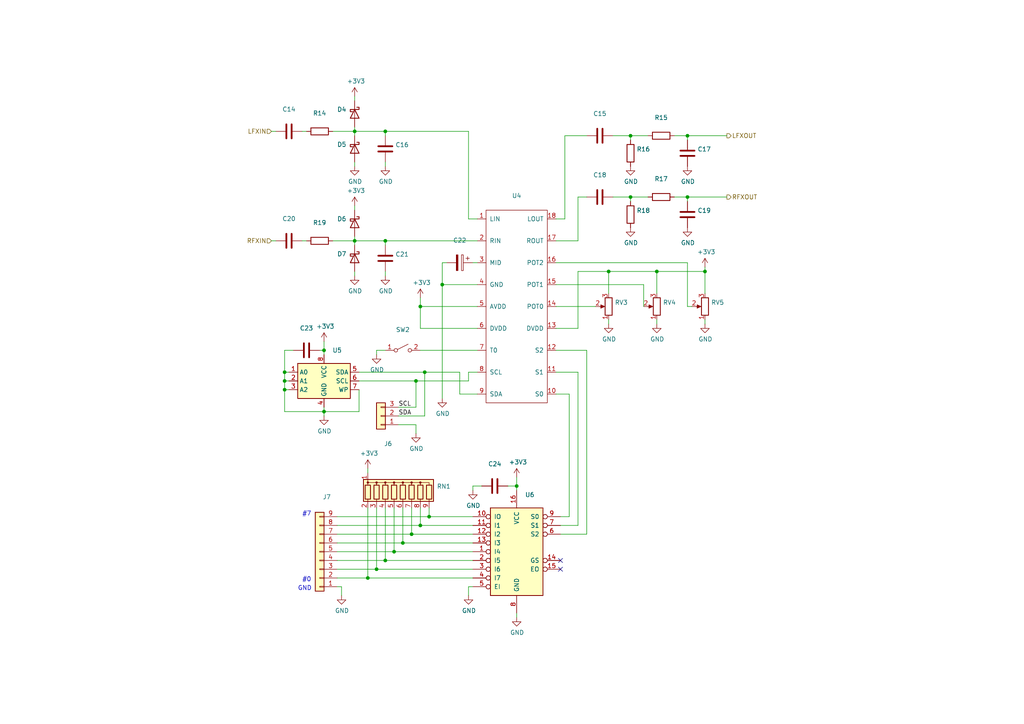
<source format=kicad_sch>
(kicad_sch (version 20211123) (generator eeschema)

  (uuid 6d7bf2f5-293a-4003-b71f-4729a5c7782f)

  (paper "A4")

  (title_block
    (title "FV01 Core")
    (date "2022-04-25")
    (rev "Ver. 1.0")
    (company "PNPN Manufactory")
  )

  (lib_symbols
    (symbol "74xx:74LS148" (pin_names (offset 1.016)) (in_bom yes) (on_board yes)
      (property "Reference" "U" (id 0) (at -7.62 13.97 0)
        (effects (font (size 1.27 1.27)))
      )
      (property "Value" "74LS148" (id 1) (at -7.62 -13.97 0)
        (effects (font (size 1.27 1.27)))
      )
      (property "Footprint" "" (id 2) (at 0 0 0)
        (effects (font (size 1.27 1.27)) hide)
      )
      (property "Datasheet" "http://www.ti.com/lit/gpn/sn74LS148" (id 3) (at 0 0 0)
        (effects (font (size 1.27 1.27)) hide)
      )
      (property "ki_locked" "" (id 4) (at 0 0 0)
        (effects (font (size 1.27 1.27)))
      )
      (property "ki_keywords" "TTL ENCOD" (id 5) (at 0 0 0)
        (effects (font (size 1.27 1.27)) hide)
      )
      (property "ki_description" "Priority Encoder 3 to 8 cascadable" (id 6) (at 0 0 0)
        (effects (font (size 1.27 1.27)) hide)
      )
      (property "ki_fp_filters" "DIP?16*" (id 7) (at 0 0 0)
        (effects (font (size 1.27 1.27)) hide)
      )
      (symbol "74LS148_1_0"
        (pin input inverted (at -12.7 0 0) (length 5.08)
          (name "I4" (effects (font (size 1.27 1.27))))
          (number "1" (effects (font (size 1.27 1.27))))
        )
        (pin input inverted (at -12.7 10.16 0) (length 5.08)
          (name "IO" (effects (font (size 1.27 1.27))))
          (number "10" (effects (font (size 1.27 1.27))))
        )
        (pin input inverted (at -12.7 7.62 0) (length 5.08)
          (name "I1" (effects (font (size 1.27 1.27))))
          (number "11" (effects (font (size 1.27 1.27))))
        )
        (pin input inverted (at -12.7 5.08 0) (length 5.08)
          (name "I2" (effects (font (size 1.27 1.27))))
          (number "12" (effects (font (size 1.27 1.27))))
        )
        (pin input inverted (at -12.7 2.54 0) (length 5.08)
          (name "I3" (effects (font (size 1.27 1.27))))
          (number "13" (effects (font (size 1.27 1.27))))
        )
        (pin output inverted (at 12.7 -2.54 180) (length 5.08)
          (name "GS" (effects (font (size 1.27 1.27))))
          (number "14" (effects (font (size 1.27 1.27))))
        )
        (pin output inverted (at 12.7 -5.08 180) (length 5.08)
          (name "EO" (effects (font (size 1.27 1.27))))
          (number "15" (effects (font (size 1.27 1.27))))
        )
        (pin power_in line (at 0 17.78 270) (length 5.08)
          (name "VCC" (effects (font (size 1.27 1.27))))
          (number "16" (effects (font (size 1.27 1.27))))
        )
        (pin input inverted (at -12.7 -2.54 0) (length 5.08)
          (name "I5" (effects (font (size 1.27 1.27))))
          (number "2" (effects (font (size 1.27 1.27))))
        )
        (pin input inverted (at -12.7 -5.08 0) (length 5.08)
          (name "I6" (effects (font (size 1.27 1.27))))
          (number "3" (effects (font (size 1.27 1.27))))
        )
        (pin input inverted (at -12.7 -7.62 0) (length 5.08)
          (name "I7" (effects (font (size 1.27 1.27))))
          (number "4" (effects (font (size 1.27 1.27))))
        )
        (pin input inverted (at -12.7 -10.16 0) (length 5.08)
          (name "EI" (effects (font (size 1.27 1.27))))
          (number "5" (effects (font (size 1.27 1.27))))
        )
        (pin output inverted (at 12.7 5.08 180) (length 5.08)
          (name "S2" (effects (font (size 1.27 1.27))))
          (number "6" (effects (font (size 1.27 1.27))))
        )
        (pin output inverted (at 12.7 7.62 180) (length 5.08)
          (name "S1" (effects (font (size 1.27 1.27))))
          (number "7" (effects (font (size 1.27 1.27))))
        )
        (pin power_in line (at 0 -17.78 90) (length 5.08)
          (name "GND" (effects (font (size 1.27 1.27))))
          (number "8" (effects (font (size 1.27 1.27))))
        )
        (pin output inverted (at 12.7 10.16 180) (length 5.08)
          (name "S0" (effects (font (size 1.27 1.27))))
          (number "9" (effects (font (size 1.27 1.27))))
        )
      )
      (symbol "74LS148_1_1"
        (rectangle (start -7.62 12.7) (end 7.62 -12.7)
          (stroke (width 0.254) (type default) (color 0 0 0 0))
          (fill (type background))
        )
      )
    )
    (symbol "Connector_Generic:Conn_01x03" (pin_names (offset 1.016) hide) (in_bom yes) (on_board yes)
      (property "Reference" "J" (id 0) (at 0 5.08 0)
        (effects (font (size 1.27 1.27)))
      )
      (property "Value" "Conn_01x03" (id 1) (at 0 -5.08 0)
        (effects (font (size 1.27 1.27)))
      )
      (property "Footprint" "" (id 2) (at 0 0 0)
        (effects (font (size 1.27 1.27)) hide)
      )
      (property "Datasheet" "~" (id 3) (at 0 0 0)
        (effects (font (size 1.27 1.27)) hide)
      )
      (property "ki_keywords" "connector" (id 4) (at 0 0 0)
        (effects (font (size 1.27 1.27)) hide)
      )
      (property "ki_description" "Generic connector, single row, 01x03, script generated (kicad-library-utils/schlib/autogen/connector/)" (id 5) (at 0 0 0)
        (effects (font (size 1.27 1.27)) hide)
      )
      (property "ki_fp_filters" "Connector*:*_1x??_*" (id 6) (at 0 0 0)
        (effects (font (size 1.27 1.27)) hide)
      )
      (symbol "Conn_01x03_1_1"
        (rectangle (start -1.27 -2.413) (end 0 -2.667)
          (stroke (width 0.1524) (type default) (color 0 0 0 0))
          (fill (type none))
        )
        (rectangle (start -1.27 0.127) (end 0 -0.127)
          (stroke (width 0.1524) (type default) (color 0 0 0 0))
          (fill (type none))
        )
        (rectangle (start -1.27 2.667) (end 0 2.413)
          (stroke (width 0.1524) (type default) (color 0 0 0 0))
          (fill (type none))
        )
        (rectangle (start -1.27 3.81) (end 1.27 -3.81)
          (stroke (width 0.254) (type default) (color 0 0 0 0))
          (fill (type background))
        )
        (pin passive line (at -5.08 2.54 0) (length 3.81)
          (name "Pin_1" (effects (font (size 1.27 1.27))))
          (number "1" (effects (font (size 1.27 1.27))))
        )
        (pin passive line (at -5.08 0 0) (length 3.81)
          (name "Pin_2" (effects (font (size 1.27 1.27))))
          (number "2" (effects (font (size 1.27 1.27))))
        )
        (pin passive line (at -5.08 -2.54 0) (length 3.81)
          (name "Pin_3" (effects (font (size 1.27 1.27))))
          (number "3" (effects (font (size 1.27 1.27))))
        )
      )
    )
    (symbol "Connector_Generic:Conn_01x09" (pin_names (offset 1.016) hide) (in_bom yes) (on_board yes)
      (property "Reference" "J" (id 0) (at 0 12.7 0)
        (effects (font (size 1.27 1.27)))
      )
      (property "Value" "Conn_01x09" (id 1) (at 0 -12.7 0)
        (effects (font (size 1.27 1.27)))
      )
      (property "Footprint" "" (id 2) (at 0 0 0)
        (effects (font (size 1.27 1.27)) hide)
      )
      (property "Datasheet" "~" (id 3) (at 0 0 0)
        (effects (font (size 1.27 1.27)) hide)
      )
      (property "ki_keywords" "connector" (id 4) (at 0 0 0)
        (effects (font (size 1.27 1.27)) hide)
      )
      (property "ki_description" "Generic connector, single row, 01x09, script generated (kicad-library-utils/schlib/autogen/connector/)" (id 5) (at 0 0 0)
        (effects (font (size 1.27 1.27)) hide)
      )
      (property "ki_fp_filters" "Connector*:*_1x??_*" (id 6) (at 0 0 0)
        (effects (font (size 1.27 1.27)) hide)
      )
      (symbol "Conn_01x09_1_1"
        (rectangle (start -1.27 -10.033) (end 0 -10.287)
          (stroke (width 0.1524) (type default) (color 0 0 0 0))
          (fill (type none))
        )
        (rectangle (start -1.27 -7.493) (end 0 -7.747)
          (stroke (width 0.1524) (type default) (color 0 0 0 0))
          (fill (type none))
        )
        (rectangle (start -1.27 -4.953) (end 0 -5.207)
          (stroke (width 0.1524) (type default) (color 0 0 0 0))
          (fill (type none))
        )
        (rectangle (start -1.27 -2.413) (end 0 -2.667)
          (stroke (width 0.1524) (type default) (color 0 0 0 0))
          (fill (type none))
        )
        (rectangle (start -1.27 0.127) (end 0 -0.127)
          (stroke (width 0.1524) (type default) (color 0 0 0 0))
          (fill (type none))
        )
        (rectangle (start -1.27 2.667) (end 0 2.413)
          (stroke (width 0.1524) (type default) (color 0 0 0 0))
          (fill (type none))
        )
        (rectangle (start -1.27 5.207) (end 0 4.953)
          (stroke (width 0.1524) (type default) (color 0 0 0 0))
          (fill (type none))
        )
        (rectangle (start -1.27 7.747) (end 0 7.493)
          (stroke (width 0.1524) (type default) (color 0 0 0 0))
          (fill (type none))
        )
        (rectangle (start -1.27 10.287) (end 0 10.033)
          (stroke (width 0.1524) (type default) (color 0 0 0 0))
          (fill (type none))
        )
        (rectangle (start -1.27 11.43) (end 1.27 -11.43)
          (stroke (width 0.254) (type default) (color 0 0 0 0))
          (fill (type background))
        )
        (pin passive line (at -5.08 10.16 0) (length 3.81)
          (name "Pin_1" (effects (font (size 1.27 1.27))))
          (number "1" (effects (font (size 1.27 1.27))))
        )
        (pin passive line (at -5.08 7.62 0) (length 3.81)
          (name "Pin_2" (effects (font (size 1.27 1.27))))
          (number "2" (effects (font (size 1.27 1.27))))
        )
        (pin passive line (at -5.08 5.08 0) (length 3.81)
          (name "Pin_3" (effects (font (size 1.27 1.27))))
          (number "3" (effects (font (size 1.27 1.27))))
        )
        (pin passive line (at -5.08 2.54 0) (length 3.81)
          (name "Pin_4" (effects (font (size 1.27 1.27))))
          (number "4" (effects (font (size 1.27 1.27))))
        )
        (pin passive line (at -5.08 0 0) (length 3.81)
          (name "Pin_5" (effects (font (size 1.27 1.27))))
          (number "5" (effects (font (size 1.27 1.27))))
        )
        (pin passive line (at -5.08 -2.54 0) (length 3.81)
          (name "Pin_6" (effects (font (size 1.27 1.27))))
          (number "6" (effects (font (size 1.27 1.27))))
        )
        (pin passive line (at -5.08 -5.08 0) (length 3.81)
          (name "Pin_7" (effects (font (size 1.27 1.27))))
          (number "7" (effects (font (size 1.27 1.27))))
        )
        (pin passive line (at -5.08 -7.62 0) (length 3.81)
          (name "Pin_8" (effects (font (size 1.27 1.27))))
          (number "8" (effects (font (size 1.27 1.27))))
        )
        (pin passive line (at -5.08 -10.16 0) (length 3.81)
          (name "Pin_9" (effects (font (size 1.27 1.27))))
          (number "9" (effects (font (size 1.27 1.27))))
        )
      )
    )
    (symbol "Device:C" (pin_numbers hide) (pin_names (offset 0.254)) (in_bom yes) (on_board yes)
      (property "Reference" "C" (id 0) (at 0.635 2.54 0)
        (effects (font (size 1.27 1.27)) (justify left))
      )
      (property "Value" "C" (id 1) (at 0.635 -2.54 0)
        (effects (font (size 1.27 1.27)) (justify left))
      )
      (property "Footprint" "" (id 2) (at 0.9652 -3.81 0)
        (effects (font (size 1.27 1.27)) hide)
      )
      (property "Datasheet" "~" (id 3) (at 0 0 0)
        (effects (font (size 1.27 1.27)) hide)
      )
      (property "ki_keywords" "cap capacitor" (id 4) (at 0 0 0)
        (effects (font (size 1.27 1.27)) hide)
      )
      (property "ki_description" "Unpolarized capacitor" (id 5) (at 0 0 0)
        (effects (font (size 1.27 1.27)) hide)
      )
      (property "ki_fp_filters" "C_*" (id 6) (at 0 0 0)
        (effects (font (size 1.27 1.27)) hide)
      )
      (symbol "C_0_1"
        (polyline
          (pts
            (xy -2.032 -0.762)
            (xy 2.032 -0.762)
          )
          (stroke (width 0.508) (type default) (color 0 0 0 0))
          (fill (type none))
        )
        (polyline
          (pts
            (xy -2.032 0.762)
            (xy 2.032 0.762)
          )
          (stroke (width 0.508) (type default) (color 0 0 0 0))
          (fill (type none))
        )
      )
      (symbol "C_1_1"
        (pin passive line (at 0 3.81 270) (length 2.794)
          (name "~" (effects (font (size 1.27 1.27))))
          (number "1" (effects (font (size 1.27 1.27))))
        )
        (pin passive line (at 0 -3.81 90) (length 2.794)
          (name "~" (effects (font (size 1.27 1.27))))
          (number "2" (effects (font (size 1.27 1.27))))
        )
      )
    )
    (symbol "Device:D_Schottky" (pin_numbers hide) (pin_names (offset 1.016) hide) (in_bom yes) (on_board yes)
      (property "Reference" "D" (id 0) (at 0 2.54 0)
        (effects (font (size 1.27 1.27)))
      )
      (property "Value" "D_Schottky" (id 1) (at 0 -2.54 0)
        (effects (font (size 1.27 1.27)))
      )
      (property "Footprint" "" (id 2) (at 0 0 0)
        (effects (font (size 1.27 1.27)) hide)
      )
      (property "Datasheet" "~" (id 3) (at 0 0 0)
        (effects (font (size 1.27 1.27)) hide)
      )
      (property "ki_keywords" "diode Schottky" (id 4) (at 0 0 0)
        (effects (font (size 1.27 1.27)) hide)
      )
      (property "ki_description" "Schottky diode" (id 5) (at 0 0 0)
        (effects (font (size 1.27 1.27)) hide)
      )
      (property "ki_fp_filters" "TO-???* *_Diode_* *SingleDiode* D_*" (id 6) (at 0 0 0)
        (effects (font (size 1.27 1.27)) hide)
      )
      (symbol "D_Schottky_0_1"
        (polyline
          (pts
            (xy 1.27 0)
            (xy -1.27 0)
          )
          (stroke (width 0) (type default) (color 0 0 0 0))
          (fill (type none))
        )
        (polyline
          (pts
            (xy 1.27 1.27)
            (xy 1.27 -1.27)
            (xy -1.27 0)
            (xy 1.27 1.27)
          )
          (stroke (width 0.254) (type default) (color 0 0 0 0))
          (fill (type none))
        )
        (polyline
          (pts
            (xy -1.905 0.635)
            (xy -1.905 1.27)
            (xy -1.27 1.27)
            (xy -1.27 -1.27)
            (xy -0.635 -1.27)
            (xy -0.635 -0.635)
          )
          (stroke (width 0.254) (type default) (color 0 0 0 0))
          (fill (type none))
        )
      )
      (symbol "D_Schottky_1_1"
        (pin passive line (at -3.81 0 0) (length 2.54)
          (name "K" (effects (font (size 1.27 1.27))))
          (number "1" (effects (font (size 1.27 1.27))))
        )
        (pin passive line (at 3.81 0 180) (length 2.54)
          (name "A" (effects (font (size 1.27 1.27))))
          (number "2" (effects (font (size 1.27 1.27))))
        )
      )
    )
    (symbol "Device:R" (pin_numbers hide) (pin_names (offset 0)) (in_bom yes) (on_board yes)
      (property "Reference" "R" (id 0) (at 2.032 0 90)
        (effects (font (size 1.27 1.27)))
      )
      (property "Value" "R" (id 1) (at 0 0 90)
        (effects (font (size 1.27 1.27)))
      )
      (property "Footprint" "" (id 2) (at -1.778 0 90)
        (effects (font (size 1.27 1.27)) hide)
      )
      (property "Datasheet" "~" (id 3) (at 0 0 0)
        (effects (font (size 1.27 1.27)) hide)
      )
      (property "ki_keywords" "R res resistor" (id 4) (at 0 0 0)
        (effects (font (size 1.27 1.27)) hide)
      )
      (property "ki_description" "Resistor" (id 5) (at 0 0 0)
        (effects (font (size 1.27 1.27)) hide)
      )
      (property "ki_fp_filters" "R_*" (id 6) (at 0 0 0)
        (effects (font (size 1.27 1.27)) hide)
      )
      (symbol "R_0_1"
        (rectangle (start -1.016 -2.54) (end 1.016 2.54)
          (stroke (width 0.254) (type default) (color 0 0 0 0))
          (fill (type none))
        )
      )
      (symbol "R_1_1"
        (pin passive line (at 0 3.81 270) (length 1.27)
          (name "~" (effects (font (size 1.27 1.27))))
          (number "1" (effects (font (size 1.27 1.27))))
        )
        (pin passive line (at 0 -3.81 90) (length 1.27)
          (name "~" (effects (font (size 1.27 1.27))))
          (number "2" (effects (font (size 1.27 1.27))))
        )
      )
    )
    (symbol "Device:R_Network08" (pin_names (offset 0) hide) (in_bom yes) (on_board yes)
      (property "Reference" "RN" (id 0) (at -12.7 0 90)
        (effects (font (size 1.27 1.27)))
      )
      (property "Value" "R_Network08" (id 1) (at 10.16 0 90)
        (effects (font (size 1.27 1.27)))
      )
      (property "Footprint" "Resistor_THT:R_Array_SIP9" (id 2) (at 12.065 0 90)
        (effects (font (size 1.27 1.27)) hide)
      )
      (property "Datasheet" "http://www.vishay.com/docs/31509/csc.pdf" (id 3) (at 0 0 0)
        (effects (font (size 1.27 1.27)) hide)
      )
      (property "ki_keywords" "R network star-topology" (id 4) (at 0 0 0)
        (effects (font (size 1.27 1.27)) hide)
      )
      (property "ki_description" "8 resistor network, star topology, bussed resistors, small symbol" (id 5) (at 0 0 0)
        (effects (font (size 1.27 1.27)) hide)
      )
      (property "ki_fp_filters" "R?Array?SIP*" (id 6) (at 0 0 0)
        (effects (font (size 1.27 1.27)) hide)
      )
      (symbol "R_Network08_0_1"
        (rectangle (start -11.43 -3.175) (end 8.89 3.175)
          (stroke (width 0.254) (type default) (color 0 0 0 0))
          (fill (type background))
        )
        (rectangle (start -10.922 1.524) (end -9.398 -2.54)
          (stroke (width 0.254) (type default) (color 0 0 0 0))
          (fill (type none))
        )
        (circle (center -10.16 2.286) (radius 0.254)
          (stroke (width 0) (type default) (color 0 0 0 0))
          (fill (type outline))
        )
        (rectangle (start -8.382 1.524) (end -6.858 -2.54)
          (stroke (width 0.254) (type default) (color 0 0 0 0))
          (fill (type none))
        )
        (circle (center -7.62 2.286) (radius 0.254)
          (stroke (width 0) (type default) (color 0 0 0 0))
          (fill (type outline))
        )
        (rectangle (start -5.842 1.524) (end -4.318 -2.54)
          (stroke (width 0.254) (type default) (color 0 0 0 0))
          (fill (type none))
        )
        (circle (center -5.08 2.286) (radius 0.254)
          (stroke (width 0) (type default) (color 0 0 0 0))
          (fill (type outline))
        )
        (rectangle (start -3.302 1.524) (end -1.778 -2.54)
          (stroke (width 0.254) (type default) (color 0 0 0 0))
          (fill (type none))
        )
        (circle (center -2.54 2.286) (radius 0.254)
          (stroke (width 0) (type default) (color 0 0 0 0))
          (fill (type outline))
        )
        (rectangle (start -0.762 1.524) (end 0.762 -2.54)
          (stroke (width 0.254) (type default) (color 0 0 0 0))
          (fill (type none))
        )
        (polyline
          (pts
            (xy -10.16 -2.54)
            (xy -10.16 -3.81)
          )
          (stroke (width 0) (type default) (color 0 0 0 0))
          (fill (type none))
        )
        (polyline
          (pts
            (xy -7.62 -2.54)
            (xy -7.62 -3.81)
          )
          (stroke (width 0) (type default) (color 0 0 0 0))
          (fill (type none))
        )
        (polyline
          (pts
            (xy -5.08 -2.54)
            (xy -5.08 -3.81)
          )
          (stroke (width 0) (type default) (color 0 0 0 0))
          (fill (type none))
        )
        (polyline
          (pts
            (xy -2.54 -2.54)
            (xy -2.54 -3.81)
          )
          (stroke (width 0) (type default) (color 0 0 0 0))
          (fill (type none))
        )
        (polyline
          (pts
            (xy 0 -2.54)
            (xy 0 -3.81)
          )
          (stroke (width 0) (type default) (color 0 0 0 0))
          (fill (type none))
        )
        (polyline
          (pts
            (xy 2.54 -2.54)
            (xy 2.54 -3.81)
          )
          (stroke (width 0) (type default) (color 0 0 0 0))
          (fill (type none))
        )
        (polyline
          (pts
            (xy 5.08 -2.54)
            (xy 5.08 -3.81)
          )
          (stroke (width 0) (type default) (color 0 0 0 0))
          (fill (type none))
        )
        (polyline
          (pts
            (xy 7.62 -2.54)
            (xy 7.62 -3.81)
          )
          (stroke (width 0) (type default) (color 0 0 0 0))
          (fill (type none))
        )
        (polyline
          (pts
            (xy -10.16 1.524)
            (xy -10.16 2.286)
            (xy -7.62 2.286)
            (xy -7.62 1.524)
          )
          (stroke (width 0) (type default) (color 0 0 0 0))
          (fill (type none))
        )
        (polyline
          (pts
            (xy -7.62 1.524)
            (xy -7.62 2.286)
            (xy -5.08 2.286)
            (xy -5.08 1.524)
          )
          (stroke (width 0) (type default) (color 0 0 0 0))
          (fill (type none))
        )
        (polyline
          (pts
            (xy -5.08 1.524)
            (xy -5.08 2.286)
            (xy -2.54 2.286)
            (xy -2.54 1.524)
          )
          (stroke (width 0) (type default) (color 0 0 0 0))
          (fill (type none))
        )
        (polyline
          (pts
            (xy -2.54 1.524)
            (xy -2.54 2.286)
            (xy 0 2.286)
            (xy 0 1.524)
          )
          (stroke (width 0) (type default) (color 0 0 0 0))
          (fill (type none))
        )
        (polyline
          (pts
            (xy 0 1.524)
            (xy 0 2.286)
            (xy 2.54 2.286)
            (xy 2.54 1.524)
          )
          (stroke (width 0) (type default) (color 0 0 0 0))
          (fill (type none))
        )
        (polyline
          (pts
            (xy 2.54 1.524)
            (xy 2.54 2.286)
            (xy 5.08 2.286)
            (xy 5.08 1.524)
          )
          (stroke (width 0) (type default) (color 0 0 0 0))
          (fill (type none))
        )
        (polyline
          (pts
            (xy 5.08 1.524)
            (xy 5.08 2.286)
            (xy 7.62 2.286)
            (xy 7.62 1.524)
          )
          (stroke (width 0) (type default) (color 0 0 0 0))
          (fill (type none))
        )
        (circle (center 0 2.286) (radius 0.254)
          (stroke (width 0) (type default) (color 0 0 0 0))
          (fill (type outline))
        )
        (rectangle (start 1.778 1.524) (end 3.302 -2.54)
          (stroke (width 0.254) (type default) (color 0 0 0 0))
          (fill (type none))
        )
        (circle (center 2.54 2.286) (radius 0.254)
          (stroke (width 0) (type default) (color 0 0 0 0))
          (fill (type outline))
        )
        (rectangle (start 4.318 1.524) (end 5.842 -2.54)
          (stroke (width 0.254) (type default) (color 0 0 0 0))
          (fill (type none))
        )
        (circle (center 5.08 2.286) (radius 0.254)
          (stroke (width 0) (type default) (color 0 0 0 0))
          (fill (type outline))
        )
        (rectangle (start 6.858 1.524) (end 8.382 -2.54)
          (stroke (width 0.254) (type default) (color 0 0 0 0))
          (fill (type none))
        )
      )
      (symbol "R_Network08_1_1"
        (pin passive line (at -10.16 5.08 270) (length 2.54)
          (name "common" (effects (font (size 1.27 1.27))))
          (number "1" (effects (font (size 1.27 1.27))))
        )
        (pin passive line (at -10.16 -5.08 90) (length 1.27)
          (name "R1" (effects (font (size 1.27 1.27))))
          (number "2" (effects (font (size 1.27 1.27))))
        )
        (pin passive line (at -7.62 -5.08 90) (length 1.27)
          (name "R2" (effects (font (size 1.27 1.27))))
          (number "3" (effects (font (size 1.27 1.27))))
        )
        (pin passive line (at -5.08 -5.08 90) (length 1.27)
          (name "R3" (effects (font (size 1.27 1.27))))
          (number "4" (effects (font (size 1.27 1.27))))
        )
        (pin passive line (at -2.54 -5.08 90) (length 1.27)
          (name "R4" (effects (font (size 1.27 1.27))))
          (number "5" (effects (font (size 1.27 1.27))))
        )
        (pin passive line (at 0 -5.08 90) (length 1.27)
          (name "R5" (effects (font (size 1.27 1.27))))
          (number "6" (effects (font (size 1.27 1.27))))
        )
        (pin passive line (at 2.54 -5.08 90) (length 1.27)
          (name "R6" (effects (font (size 1.27 1.27))))
          (number "7" (effects (font (size 1.27 1.27))))
        )
        (pin passive line (at 5.08 -5.08 90) (length 1.27)
          (name "R7" (effects (font (size 1.27 1.27))))
          (number "8" (effects (font (size 1.27 1.27))))
        )
        (pin passive line (at 7.62 -5.08 90) (length 1.27)
          (name "R8" (effects (font (size 1.27 1.27))))
          (number "9" (effects (font (size 1.27 1.27))))
        )
      )
    )
    (symbol "FV01-rescue:AE-FV-1-DIP_large-My_Device" (pin_names (offset 1.016)) (in_bom yes) (on_board yes)
      (property "Reference" "U" (id 0) (at 3.81 6.35 0)
        (effects (font (size 1.27 1.27)))
      )
      (property "Value" "AE-FV-1-DIP_large-My_Device" (id 1) (at 10.16 3.81 0)
        (effects (font (size 1.27 1.27)))
      )
      (property "Footprint" "" (id 2) (at 3.81 6.35 0)
        (effects (font (size 1.27 1.27)) hide)
      )
      (property "Datasheet" "" (id 3) (at 3.81 6.35 0)
        (effects (font (size 1.27 1.27)) hide)
      )
      (symbol "AE-FV-1-DIP_large-My_Device_0_1"
        (rectangle (start 2.54 2.54) (end 20.32 -53.34)
          (stroke (width 0) (type default) (color 0 0 0 0))
          (fill (type none))
        )
      )
      (symbol "AE-FV-1-DIP_large-My_Device_1_1"
        (pin input line (at 0 0 0) (length 2.54)
          (name "LIN" (effects (font (size 1.27 1.27))))
          (number "1" (effects (font (size 1.27 1.27))))
        )
        (pin input line (at 22.86 -50.8 180) (length 2.54)
          (name "S0" (effects (font (size 1.27 1.27))))
          (number "10" (effects (font (size 1.27 1.27))))
        )
        (pin input line (at 22.86 -44.45 180) (length 2.54)
          (name "S1" (effects (font (size 1.27 1.27))))
          (number "11" (effects (font (size 1.27 1.27))))
        )
        (pin input line (at 22.86 -38.1 180) (length 2.54)
          (name "S2" (effects (font (size 1.27 1.27))))
          (number "12" (effects (font (size 1.27 1.27))))
        )
        (pin power_in line (at 22.86 -31.75 180) (length 2.54)
          (name "DVDD" (effects (font (size 1.27 1.27))))
          (number "13" (effects (font (size 1.27 1.27))))
        )
        (pin input line (at 22.86 -25.4 180) (length 2.54)
          (name "POT0" (effects (font (size 1.27 1.27))))
          (number "14" (effects (font (size 1.27 1.27))))
        )
        (pin input line (at 22.86 -19.05 180) (length 2.54)
          (name "POT1" (effects (font (size 1.27 1.27))))
          (number "15" (effects (font (size 1.27 1.27))))
        )
        (pin input line (at 22.86 -12.7 180) (length 2.54)
          (name "POT2" (effects (font (size 1.27 1.27))))
          (number "16" (effects (font (size 1.27 1.27))))
        )
        (pin output line (at 22.86 -6.35 180) (length 2.54)
          (name "ROUT" (effects (font (size 1.27 1.27))))
          (number "17" (effects (font (size 1.27 1.27))))
        )
        (pin output line (at 22.86 0 180) (length 2.54)
          (name "LOUT" (effects (font (size 1.27 1.27))))
          (number "18" (effects (font (size 1.27 1.27))))
        )
        (pin input line (at 0 -6.35 0) (length 2.54)
          (name "RIN" (effects (font (size 1.27 1.27))))
          (number "2" (effects (font (size 1.27 1.27))))
        )
        (pin output line (at 0 -12.7 0) (length 2.54)
          (name "MID" (effects (font (size 1.27 1.27))))
          (number "3" (effects (font (size 1.27 1.27))))
        )
        (pin power_in line (at 0 -19.05 0) (length 2.54)
          (name "GND" (effects (font (size 1.27 1.27))))
          (number "4" (effects (font (size 1.27 1.27))))
        )
        (pin power_in line (at 0 -25.4 0) (length 2.54)
          (name "AVDD" (effects (font (size 1.27 1.27))))
          (number "5" (effects (font (size 1.27 1.27))))
        )
        (pin power_in line (at 0 -31.75 0) (length 2.54)
          (name "DVDD" (effects (font (size 1.27 1.27))))
          (number "6" (effects (font (size 1.27 1.27))))
        )
        (pin input line (at 0 -38.1 0) (length 2.54)
          (name "T0" (effects (font (size 1.27 1.27))))
          (number "7" (effects (font (size 1.27 1.27))))
        )
        (pin input line (at 0 -44.45 0) (length 2.54)
          (name "SCL" (effects (font (size 1.27 1.27))))
          (number "8" (effects (font (size 1.27 1.27))))
        )
        (pin input line (at 0 -50.8 0) (length 2.54)
          (name "SDA" (effects (font (size 1.27 1.27))))
          (number "9" (effects (font (size 1.27 1.27))))
        )
      )
    )
    (symbol "FV01-rescue:CP-Device" (pin_numbers hide) (pin_names (offset 0.254)) (in_bom yes) (on_board yes)
      (property "Reference" "C" (id 0) (at 0.635 2.54 0)
        (effects (font (size 1.27 1.27)) (justify left))
      )
      (property "Value" "CP-Device" (id 1) (at 0.635 -2.54 0)
        (effects (font (size 1.27 1.27)) (justify left))
      )
      (property "Footprint" "" (id 2) (at 0.9652 -3.81 0)
        (effects (font (size 1.27 1.27)) hide)
      )
      (property "Datasheet" "" (id 3) (at 0 0 0)
        (effects (font (size 1.27 1.27)) hide)
      )
      (property "ki_fp_filters" "CP_*" (id 4) (at 0 0 0)
        (effects (font (size 1.27 1.27)) hide)
      )
      (symbol "CP-Device_0_1"
        (rectangle (start -2.286 0.508) (end 2.286 1.016)
          (stroke (width 0) (type default) (color 0 0 0 0))
          (fill (type none))
        )
        (polyline
          (pts
            (xy -1.778 2.286)
            (xy -0.762 2.286)
          )
          (stroke (width 0) (type default) (color 0 0 0 0))
          (fill (type none))
        )
        (polyline
          (pts
            (xy -1.27 2.794)
            (xy -1.27 1.778)
          )
          (stroke (width 0) (type default) (color 0 0 0 0))
          (fill (type none))
        )
        (rectangle (start 2.286 -0.508) (end -2.286 -1.016)
          (stroke (width 0) (type default) (color 0 0 0 0))
          (fill (type outline))
        )
      )
      (symbol "CP-Device_1_1"
        (pin passive line (at 0 3.81 270) (length 2.794)
          (name "~" (effects (font (size 1.27 1.27))))
          (number "1" (effects (font (size 1.27 1.27))))
        )
        (pin passive line (at 0 -3.81 90) (length 2.794)
          (name "~" (effects (font (size 1.27 1.27))))
          (number "2" (effects (font (size 1.27 1.27))))
        )
      )
    )
    (symbol "FV01-rescue:R_POT-Device" (pin_names (offset 1.016) hide) (in_bom yes) (on_board yes)
      (property "Reference" "RV" (id 0) (at -4.445 0 90)
        (effects (font (size 1.27 1.27)))
      )
      (property "Value" "R_POT-Device" (id 1) (at -2.54 0 90)
        (effects (font (size 1.27 1.27)))
      )
      (property "Footprint" "" (id 2) (at 0 0 0)
        (effects (font (size 1.27 1.27)) hide)
      )
      (property "Datasheet" "" (id 3) (at 0 0 0)
        (effects (font (size 1.27 1.27)) hide)
      )
      (property "ki_fp_filters" "Potentiometer*" (id 4) (at 0 0 0)
        (effects (font (size 1.27 1.27)) hide)
      )
      (symbol "R_POT-Device_0_1"
        (polyline
          (pts
            (xy 2.54 0)
            (xy 1.524 0)
          )
          (stroke (width 0) (type default) (color 0 0 0 0))
          (fill (type none))
        )
        (polyline
          (pts
            (xy 1.143 0)
            (xy 2.286 0.508)
            (xy 2.286 -0.508)
            (xy 1.143 0)
          )
          (stroke (width 0) (type default) (color 0 0 0 0))
          (fill (type outline))
        )
        (rectangle (start 1.016 2.54) (end -1.016 -2.54)
          (stroke (width 0.254) (type default) (color 0 0 0 0))
          (fill (type none))
        )
      )
      (symbol "R_POT-Device_1_1"
        (pin passive line (at 0 3.81 270) (length 1.27)
          (name "1" (effects (font (size 1.27 1.27))))
          (number "1" (effects (font (size 1.27 1.27))))
        )
        (pin passive line (at 3.81 0 180) (length 1.27)
          (name "2" (effects (font (size 1.27 1.27))))
          (number "2" (effects (font (size 1.27 1.27))))
        )
        (pin passive line (at 0 -3.81 90) (length 1.27)
          (name "3" (effects (font (size 1.27 1.27))))
          (number "3" (effects (font (size 1.27 1.27))))
        )
      )
    )
    (symbol "Memory_EEPROM:24LC32" (in_bom yes) (on_board yes)
      (property "Reference" "U" (id 0) (at -6.35 6.35 0)
        (effects (font (size 1.27 1.27)))
      )
      (property "Value" "24LC32" (id 1) (at 1.27 6.35 0)
        (effects (font (size 1.27 1.27)) (justify left))
      )
      (property "Footprint" "" (id 2) (at 0 0 0)
        (effects (font (size 1.27 1.27)) hide)
      )
      (property "Datasheet" "http://ww1.microchip.com/downloads/en/DeviceDoc/21072G.pdf" (id 3) (at 0 0 0)
        (effects (font (size 1.27 1.27)) hide)
      )
      (property "ki_keywords" "I2C Serial EEPROM" (id 4) (at 0 0 0)
        (effects (font (size 1.27 1.27)) hide)
      )
      (property "ki_description" "I2C Serial EEPROM, 32Kb, DIP-8/SOIC-8/TSSOP-8/DFN-8" (id 5) (at 0 0 0)
        (effects (font (size 1.27 1.27)) hide)
      )
      (property "ki_fp_filters" "DIP*W7.62mm* SOIC*3.9x4.9mm* TSSOP*4.4x3mm*P0.65mm* DFN*3x2mm*P0.5mm*" (id 6) (at 0 0 0)
        (effects (font (size 1.27 1.27)) hide)
      )
      (symbol "24LC32_1_1"
        (rectangle (start -7.62 5.08) (end 7.62 -5.08)
          (stroke (width 0.254) (type default) (color 0 0 0 0))
          (fill (type background))
        )
        (pin input line (at -10.16 2.54 0) (length 2.54)
          (name "A0" (effects (font (size 1.27 1.27))))
          (number "1" (effects (font (size 1.27 1.27))))
        )
        (pin input line (at -10.16 0 0) (length 2.54)
          (name "A1" (effects (font (size 1.27 1.27))))
          (number "2" (effects (font (size 1.27 1.27))))
        )
        (pin input line (at -10.16 -2.54 0) (length 2.54)
          (name "A2" (effects (font (size 1.27 1.27))))
          (number "3" (effects (font (size 1.27 1.27))))
        )
        (pin power_in line (at 0 -7.62 90) (length 2.54)
          (name "GND" (effects (font (size 1.27 1.27))))
          (number "4" (effects (font (size 1.27 1.27))))
        )
        (pin bidirectional line (at 10.16 2.54 180) (length 2.54)
          (name "SDA" (effects (font (size 1.27 1.27))))
          (number "5" (effects (font (size 1.27 1.27))))
        )
        (pin input line (at 10.16 0 180) (length 2.54)
          (name "SCL" (effects (font (size 1.27 1.27))))
          (number "6" (effects (font (size 1.27 1.27))))
        )
        (pin input line (at 10.16 -2.54 180) (length 2.54)
          (name "WP" (effects (font (size 1.27 1.27))))
          (number "7" (effects (font (size 1.27 1.27))))
        )
        (pin power_in line (at 0 7.62 270) (length 2.54)
          (name "VCC" (effects (font (size 1.27 1.27))))
          (number "8" (effects (font (size 1.27 1.27))))
        )
      )
    )
    (symbol "Switch:SW_SPST" (pin_names (offset 0) hide) (in_bom yes) (on_board yes)
      (property "Reference" "SW" (id 0) (at 0 3.175 0)
        (effects (font (size 1.27 1.27)))
      )
      (property "Value" "SW_SPST" (id 1) (at 0 -2.54 0)
        (effects (font (size 1.27 1.27)))
      )
      (property "Footprint" "" (id 2) (at 0 0 0)
        (effects (font (size 1.27 1.27)) hide)
      )
      (property "Datasheet" "~" (id 3) (at 0 0 0)
        (effects (font (size 1.27 1.27)) hide)
      )
      (property "ki_keywords" "switch lever" (id 4) (at 0 0 0)
        (effects (font (size 1.27 1.27)) hide)
      )
      (property "ki_description" "Single Pole Single Throw (SPST) switch" (id 5) (at 0 0 0)
        (effects (font (size 1.27 1.27)) hide)
      )
      (symbol "SW_SPST_0_0"
        (circle (center -2.032 0) (radius 0.508)
          (stroke (width 0) (type default) (color 0 0 0 0))
          (fill (type none))
        )
        (polyline
          (pts
            (xy -1.524 0.254)
            (xy 1.524 1.778)
          )
          (stroke (width 0) (type default) (color 0 0 0 0))
          (fill (type none))
        )
        (circle (center 2.032 0) (radius 0.508)
          (stroke (width 0) (type default) (color 0 0 0 0))
          (fill (type none))
        )
      )
      (symbol "SW_SPST_1_1"
        (pin passive line (at -5.08 0 0) (length 2.54)
          (name "A" (effects (font (size 1.27 1.27))))
          (number "1" (effects (font (size 1.27 1.27))))
        )
        (pin passive line (at 5.08 0 180) (length 2.54)
          (name "B" (effects (font (size 1.27 1.27))))
          (number "2" (effects (font (size 1.27 1.27))))
        )
      )
    )
    (symbol "power:+3V3" (power) (pin_names (offset 0)) (in_bom yes) (on_board yes)
      (property "Reference" "#PWR" (id 0) (at 0 -3.81 0)
        (effects (font (size 1.27 1.27)) hide)
      )
      (property "Value" "+3V3" (id 1) (at 0 3.556 0)
        (effects (font (size 1.27 1.27)))
      )
      (property "Footprint" "" (id 2) (at 0 0 0)
        (effects (font (size 1.27 1.27)) hide)
      )
      (property "Datasheet" "" (id 3) (at 0 0 0)
        (effects (font (size 1.27 1.27)) hide)
      )
      (property "ki_keywords" "power-flag" (id 4) (at 0 0 0)
        (effects (font (size 1.27 1.27)) hide)
      )
      (property "ki_description" "Power symbol creates a global label with name \"+3V3\"" (id 5) (at 0 0 0)
        (effects (font (size 1.27 1.27)) hide)
      )
      (symbol "+3V3_0_1"
        (polyline
          (pts
            (xy -0.762 1.27)
            (xy 0 2.54)
          )
          (stroke (width 0) (type default) (color 0 0 0 0))
          (fill (type none))
        )
        (polyline
          (pts
            (xy 0 0)
            (xy 0 2.54)
          )
          (stroke (width 0) (type default) (color 0 0 0 0))
          (fill (type none))
        )
        (polyline
          (pts
            (xy 0 2.54)
            (xy 0.762 1.27)
          )
          (stroke (width 0) (type default) (color 0 0 0 0))
          (fill (type none))
        )
      )
      (symbol "+3V3_1_1"
        (pin power_in line (at 0 0 90) (length 0) hide
          (name "+3V3" (effects (font (size 1.27 1.27))))
          (number "1" (effects (font (size 1.27 1.27))))
        )
      )
    )
    (symbol "power:GND" (power) (pin_names (offset 0)) (in_bom yes) (on_board yes)
      (property "Reference" "#PWR" (id 0) (at 0 -6.35 0)
        (effects (font (size 1.27 1.27)) hide)
      )
      (property "Value" "GND" (id 1) (at 0 -3.81 0)
        (effects (font (size 1.27 1.27)))
      )
      (property "Footprint" "" (id 2) (at 0 0 0)
        (effects (font (size 1.27 1.27)) hide)
      )
      (property "Datasheet" "" (id 3) (at 0 0 0)
        (effects (font (size 1.27 1.27)) hide)
      )
      (property "ki_keywords" "power-flag" (id 4) (at 0 0 0)
        (effects (font (size 1.27 1.27)) hide)
      )
      (property "ki_description" "Power symbol creates a global label with name \"GND\" , ground" (id 5) (at 0 0 0)
        (effects (font (size 1.27 1.27)) hide)
      )
      (symbol "GND_0_1"
        (polyline
          (pts
            (xy 0 0)
            (xy 0 -1.27)
            (xy 1.27 -1.27)
            (xy 0 -2.54)
            (xy -1.27 -1.27)
            (xy 0 -1.27)
          )
          (stroke (width 0) (type default) (color 0 0 0 0))
          (fill (type none))
        )
      )
      (symbol "GND_1_1"
        (pin power_in line (at 0 0 270) (length 0) hide
          (name "GND" (effects (font (size 1.27 1.27))))
          (number "1" (effects (font (size 1.27 1.27))))
        )
      )
    )
  )

  (junction (at 182.88 39.37) (diameter 0) (color 0 0 0 0)
    (uuid 01866521-b46c-41cc-8af1-1b6467bff12f)
  )
  (junction (at 93.98 119.38) (diameter 0) (color 0 0 0 0)
    (uuid 0dbcd9ea-5ad1-42e1-b4a0-95a1f96f05d1)
  )
  (junction (at 82.55 107.95) (diameter 0) (color 0 0 0 0)
    (uuid 11b1ff57-fc79-4461-a1ca-f5f522522318)
  )
  (junction (at 190.5 78.74) (diameter 0) (color 0 0 0 0)
    (uuid 1342715e-8342-47b9-a517-e552c112a0cd)
  )
  (junction (at 128.27 82.55) (diameter 0) (color 0 0 0 0)
    (uuid 2d6f0b7f-2baa-4ddc-82f8-490185a071ea)
  )
  (junction (at 119.38 154.94) (diameter 0) (color 0 0 0 0)
    (uuid 310471ff-ed02-42f3-9e4d-91ccc5c93f87)
  )
  (junction (at 182.88 57.15) (diameter 0) (color 0 0 0 0)
    (uuid 378b2bef-6609-4e09-a413-8f1a4359f155)
  )
  (junction (at 204.47 78.74) (diameter 0) (color 0 0 0 0)
    (uuid 41e6b789-6651-4167-b452-d0215d9cfcca)
  )
  (junction (at 149.86 140.97) (diameter 0) (color 0 0 0 0)
    (uuid 4a159417-7402-4195-b3a3-958fdd5351bc)
  )
  (junction (at 121.92 88.9) (diameter 0) (color 0 0 0 0)
    (uuid 4c6188e1-aa54-4a58-a626-ae1a7608bedc)
  )
  (junction (at 111.76 38.1) (diameter 0) (color 0 0 0 0)
    (uuid 5e978fa3-7945-4228-bb0f-5db968146c94)
  )
  (junction (at 111.76 69.85) (diameter 0) (color 0 0 0 0)
    (uuid 5f7203d2-d304-471b-bc32-cf20dfdfe065)
  )
  (junction (at 102.87 69.85) (diameter 0) (color 0 0 0 0)
    (uuid 766f3903-1e0f-4a5f-bbf8-11dcccc0f6ce)
  )
  (junction (at 102.87 38.1) (diameter 0) (color 0 0 0 0)
    (uuid 8485250d-f293-4cdb-936a-9f70e969dca7)
  )
  (junction (at 82.55 113.03) (diameter 0) (color 0 0 0 0)
    (uuid 86bcc745-b34a-4557-ae8e-bb0e1fec55c9)
  )
  (junction (at 93.98 101.6) (diameter 0) (color 0 0 0 0)
    (uuid 94058a9f-648a-494d-b8f9-88f4328b82ad)
  )
  (junction (at 109.22 165.1) (diameter 0) (color 0 0 0 0)
    (uuid 95a8b959-c42f-432f-9aae-23424170a0fb)
  )
  (junction (at 114.3 160.02) (diameter 0) (color 0 0 0 0)
    (uuid 99cbc0c3-5048-468b-88fd-257a8c91f8fe)
  )
  (junction (at 199.39 39.37) (diameter 0) (color 0 0 0 0)
    (uuid 9b302b8c-022d-4759-85e1-003e31209c36)
  )
  (junction (at 116.84 157.48) (diameter 0) (color 0 0 0 0)
    (uuid af5b0e9e-574a-4853-89d3-abaa7944064a)
  )
  (junction (at 199.39 57.15) (diameter 0) (color 0 0 0 0)
    (uuid b8dc82d8-d725-4922-b399-b64bc8203267)
  )
  (junction (at 124.46 149.86) (diameter 0) (color 0 0 0 0)
    (uuid bf0d3f5e-90ea-49bd-a948-2593b81beaeb)
  )
  (junction (at 121.92 152.4) (diameter 0) (color 0 0 0 0)
    (uuid d0b72f31-9343-47cb-b5fb-a3c803cb1042)
  )
  (junction (at 123.19 107.95) (diameter 0) (color 0 0 0 0)
    (uuid d66b39f5-fb20-4839-bccb-477357d6dbea)
  )
  (junction (at 111.76 162.56) (diameter 0) (color 0 0 0 0)
    (uuid e27bebbb-12a5-42fe-922a-e418e3894589)
  )
  (junction (at 106.68 167.64) (diameter 0) (color 0 0 0 0)
    (uuid e8ddea6e-0c84-4df9-b595-36456e69a178)
  )
  (junction (at 176.53 78.74) (diameter 0) (color 0 0 0 0)
    (uuid ebd82fea-4764-491d-b270-1000930d81ff)
  )
  (junction (at 82.55 110.49) (diameter 0) (color 0 0 0 0)
    (uuid f1a7cc84-7442-4f47-a3b8-e33b6a45dfb1)
  )
  (junction (at 120.65 110.49) (diameter 0) (color 0 0 0 0)
    (uuid fcdba3c9-ef1c-45ea-949a-69fd88352b66)
  )

  (no_connect (at 162.56 162.56) (uuid 2951a402-ad7d-41d7-a427-9316cd157a5b))
  (no_connect (at 162.56 165.1) (uuid 69cdf0a3-fa5b-4425-88b4-234ac0876675))

  (wire (pts (xy 176.53 92.71) (xy 176.53 93.98))
    (stroke (width 0) (type default) (color 0 0 0 0))
    (uuid 00ed87ff-6384-407c-a4b8-589d32114ce2)
  )
  (wire (pts (xy 97.79 157.48) (xy 116.84 157.48))
    (stroke (width 0) (type default) (color 0 0 0 0))
    (uuid 075da4f0-df56-4019-b08b-11c9e1075c11)
  )
  (wire (pts (xy 162.56 154.94) (xy 170.18 154.94))
    (stroke (width 0) (type default) (color 0 0 0 0))
    (uuid 0794509f-e43f-4e24-addd-64b5ef9e8761)
  )
  (wire (pts (xy 82.55 113.03) (xy 82.55 119.38))
    (stroke (width 0) (type default) (color 0 0 0 0))
    (uuid 082553c5-05fb-46a4-8f49-026e86fd0dce)
  )
  (wire (pts (xy 102.87 38.1) (xy 111.76 38.1))
    (stroke (width 0) (type default) (color 0 0 0 0))
    (uuid 0b6875d3-ff31-4f06-a18d-5bbc9ef5f4ce)
  )
  (wire (pts (xy 109.22 147.32) (xy 109.22 165.1))
    (stroke (width 0) (type default) (color 0 0 0 0))
    (uuid 0cc6e349-8ef1-4242-ab93-86f42dbaaf69)
  )
  (wire (pts (xy 87.63 69.85) (xy 88.9 69.85))
    (stroke (width 0) (type default) (color 0 0 0 0))
    (uuid 0cf46c81-1db0-4d97-a86f-1710aa06a9fd)
  )
  (wire (pts (xy 137.16 140.97) (xy 137.16 142.24))
    (stroke (width 0) (type default) (color 0 0 0 0))
    (uuid 0d9b7921-2431-4dfa-b126-84d4414475d2)
  )
  (wire (pts (xy 82.55 107.95) (xy 82.55 110.49))
    (stroke (width 0) (type default) (color 0 0 0 0))
    (uuid 0e4b99ca-f8f2-4ffa-b11a-51a08c13d25d)
  )
  (wire (pts (xy 199.39 88.9) (xy 199.39 76.2))
    (stroke (width 0) (type default) (color 0 0 0 0))
    (uuid 10a07d9f-cd1e-46c7-8b95-3a2f2a5d0104)
  )
  (wire (pts (xy 124.46 149.86) (xy 97.79 149.86))
    (stroke (width 0) (type default) (color 0 0 0 0))
    (uuid 13241a73-53f2-4d3a-841e-f850987f0abb)
  )
  (wire (pts (xy 115.57 118.11) (xy 120.65 118.11))
    (stroke (width 0) (type default) (color 0 0 0 0))
    (uuid 13f10c81-bc7a-494f-825b-a8538ecffa0c)
  )
  (wire (pts (xy 161.29 114.3) (xy 165.1 114.3))
    (stroke (width 0) (type default) (color 0 0 0 0))
    (uuid 151e7f4e-60f3-41a9-9db9-4e4a69bb1e7c)
  )
  (wire (pts (xy 167.64 69.85) (xy 167.64 57.15))
    (stroke (width 0) (type default) (color 0 0 0 0))
    (uuid 17349fc9-7634-4aeb-9c46-a61b9eeab705)
  )
  (wire (pts (xy 138.43 82.55) (xy 128.27 82.55))
    (stroke (width 0) (type default) (color 0 0 0 0))
    (uuid 17a03bf8-4304-40d6-9740-b327a627699a)
  )
  (wire (pts (xy 104.14 107.95) (xy 123.19 107.95))
    (stroke (width 0) (type default) (color 0 0 0 0))
    (uuid 188f00ce-c7ac-4897-bbb7-8bca3c4fdcb6)
  )
  (wire (pts (xy 109.22 101.6) (xy 109.22 102.87))
    (stroke (width 0) (type default) (color 0 0 0 0))
    (uuid 190befea-ccff-49a1-88e9-1bf6dd669abf)
  )
  (wire (pts (xy 190.5 85.09) (xy 190.5 78.74))
    (stroke (width 0) (type default) (color 0 0 0 0))
    (uuid 196233c0-299f-4157-a2ae-c32c35d442f3)
  )
  (wire (pts (xy 119.38 147.32) (xy 119.38 154.94))
    (stroke (width 0) (type default) (color 0 0 0 0))
    (uuid 19ad1bb3-d4eb-41fc-a9f7-23500fcb289a)
  )
  (wire (pts (xy 102.87 48.26) (xy 102.87 46.99))
    (stroke (width 0) (type default) (color 0 0 0 0))
    (uuid 1a5f49e1-16a7-4309-b3c6-314747ba164a)
  )
  (wire (pts (xy 165.1 149.86) (xy 165.1 114.3))
    (stroke (width 0) (type default) (color 0 0 0 0))
    (uuid 1b158988-7f96-418d-b863-4f8bcdfa4444)
  )
  (wire (pts (xy 111.76 80.01) (xy 111.76 78.74))
    (stroke (width 0) (type default) (color 0 0 0 0))
    (uuid 21d978b3-0ba9-4074-a9b5-71fd8fb3b862)
  )
  (wire (pts (xy 96.52 38.1) (xy 102.87 38.1))
    (stroke (width 0) (type default) (color 0 0 0 0))
    (uuid 2c57203a-e04b-4e29-966f-de2041235224)
  )
  (wire (pts (xy 111.76 147.32) (xy 111.76 162.56))
    (stroke (width 0) (type default) (color 0 0 0 0))
    (uuid 2eb6db98-25a9-4252-bf95-c1ccfc50d29d)
  )
  (wire (pts (xy 114.3 160.02) (xy 97.79 160.02))
    (stroke (width 0) (type default) (color 0 0 0 0))
    (uuid 2f00c307-2721-4b81-a9e7-fb1d44442b58)
  )
  (wire (pts (xy 123.19 120.65) (xy 123.19 107.95))
    (stroke (width 0) (type default) (color 0 0 0 0))
    (uuid 2ff93f13-54f8-4cef-bc2e-7191c4339e0f)
  )
  (wire (pts (xy 190.5 78.74) (xy 204.47 78.74))
    (stroke (width 0) (type default) (color 0 0 0 0))
    (uuid 3045e9f0-1a98-4cbf-809b-bffa7f807a39)
  )
  (wire (pts (xy 106.68 135.89) (xy 106.68 137.16))
    (stroke (width 0) (type default) (color 0 0 0 0))
    (uuid 33b4133f-11a6-49c7-815a-ccb147a01371)
  )
  (wire (pts (xy 167.64 78.74) (xy 167.64 95.25))
    (stroke (width 0) (type default) (color 0 0 0 0))
    (uuid 33b5b44d-9122-4004-8fa8-a9d58b1e29f9)
  )
  (wire (pts (xy 78.74 69.85) (xy 80.01 69.85))
    (stroke (width 0) (type default) (color 0 0 0 0))
    (uuid 34ae1885-f1d8-4cf8-a669-b684fae3b753)
  )
  (wire (pts (xy 116.84 147.32) (xy 116.84 157.48))
    (stroke (width 0) (type default) (color 0 0 0 0))
    (uuid 35fb8627-d043-46d3-a7b8-68a049140d11)
  )
  (wire (pts (xy 147.32 140.97) (xy 149.86 140.97))
    (stroke (width 0) (type default) (color 0 0 0 0))
    (uuid 399455ea-619e-4f06-8b09-b8a6ef42e151)
  )
  (wire (pts (xy 121.92 152.4) (xy 137.16 152.4))
    (stroke (width 0) (type default) (color 0 0 0 0))
    (uuid 3b033b47-647a-4798-a3d4-576ea006df6d)
  )
  (wire (pts (xy 120.65 118.11) (xy 120.65 110.49))
    (stroke (width 0) (type default) (color 0 0 0 0))
    (uuid 3cc5f96c-8765-4cee-991c-80d4bb448f55)
  )
  (wire (pts (xy 182.88 40.64) (xy 182.88 39.37))
    (stroke (width 0) (type default) (color 0 0 0 0))
    (uuid 3fc1b705-dda4-4f17-8860-cc1fc51acb12)
  )
  (wire (pts (xy 93.98 120.65) (xy 93.98 119.38))
    (stroke (width 0) (type default) (color 0 0 0 0))
    (uuid 411da6a8-1503-45cb-aadd-4fa35c14f166)
  )
  (wire (pts (xy 119.38 154.94) (xy 97.79 154.94))
    (stroke (width 0) (type default) (color 0 0 0 0))
    (uuid 433d1932-4528-43fd-a508-51d89117274b)
  )
  (wire (pts (xy 115.57 120.65) (xy 123.19 120.65))
    (stroke (width 0) (type default) (color 0 0 0 0))
    (uuid 43f14815-86e2-4aae-948d-6e80a56c98dd)
  )
  (wire (pts (xy 97.79 170.18) (xy 99.06 170.18))
    (stroke (width 0) (type default) (color 0 0 0 0))
    (uuid 448ed9b8-2dda-4b9d-ae64-ecf9b5731e9e)
  )
  (wire (pts (xy 97.79 167.64) (xy 106.68 167.64))
    (stroke (width 0) (type default) (color 0 0 0 0))
    (uuid 45ca0d2a-98d4-4bf9-9a4b-b6be78587e91)
  )
  (wire (pts (xy 138.43 114.3) (xy 133.35 114.3))
    (stroke (width 0) (type default) (color 0 0 0 0))
    (uuid 493a91cb-c811-413d-a95b-e7e1ce313c1c)
  )
  (wire (pts (xy 96.52 69.85) (xy 102.87 69.85))
    (stroke (width 0) (type default) (color 0 0 0 0))
    (uuid 4963f469-15c4-4929-906a-3d39d59a39ef)
  )
  (wire (pts (xy 102.87 39.37) (xy 102.87 38.1))
    (stroke (width 0) (type default) (color 0 0 0 0))
    (uuid 49861ac6-48bb-4c16-ac12-a35e5a0c8488)
  )
  (wire (pts (xy 97.79 152.4) (xy 121.92 152.4))
    (stroke (width 0) (type default) (color 0 0 0 0))
    (uuid 4c1bfefa-869e-43f9-93a5-a2417f7e7829)
  )
  (wire (pts (xy 137.16 154.94) (xy 119.38 154.94))
    (stroke (width 0) (type default) (color 0 0 0 0))
    (uuid 4c7e32f5-9493-460d-a49d-d7182f2ba63a)
  )
  (wire (pts (xy 190.5 92.71) (xy 190.5 93.98))
    (stroke (width 0) (type default) (color 0 0 0 0))
    (uuid 4c85bf9f-3a3b-497e-bc44-b4cee9b0b46e)
  )
  (wire (pts (xy 161.29 101.6) (xy 170.18 101.6))
    (stroke (width 0) (type default) (color 0 0 0 0))
    (uuid 4cb9f238-76c2-41ac-835a-8c9ebe60cf3a)
  )
  (wire (pts (xy 137.16 76.2) (xy 138.43 76.2))
    (stroke (width 0) (type default) (color 0 0 0 0))
    (uuid 4fce5492-8e2f-4d21-802b-d8e34f03d581)
  )
  (wire (pts (xy 135.89 107.95) (xy 138.43 107.95))
    (stroke (width 0) (type default) (color 0 0 0 0))
    (uuid 4ff0df2d-7fdd-4915-b2ec-805622bb35b2)
  )
  (wire (pts (xy 195.58 57.15) (xy 199.39 57.15))
    (stroke (width 0) (type default) (color 0 0 0 0))
    (uuid 501482b9-7843-432b-808d-a8706b3b0f93)
  )
  (wire (pts (xy 111.76 69.85) (xy 111.76 71.12))
    (stroke (width 0) (type default) (color 0 0 0 0))
    (uuid 53bc5cad-7b9a-4284-b8a3-23df5702f5ff)
  )
  (wire (pts (xy 87.63 38.1) (xy 88.9 38.1))
    (stroke (width 0) (type default) (color 0 0 0 0))
    (uuid 54d20685-1378-419a-8e46-5402b6ad50af)
  )
  (wire (pts (xy 115.57 123.19) (xy 120.65 123.19))
    (stroke (width 0) (type default) (color 0 0 0 0))
    (uuid 551e8ed7-fd97-4e13-90f5-5a5095d37dfc)
  )
  (wire (pts (xy 210.82 57.15) (xy 199.39 57.15))
    (stroke (width 0) (type default) (color 0 0 0 0))
    (uuid 57e354ee-2c1b-4c50-ac5e-ac44046388b9)
  )
  (wire (pts (xy 162.56 152.4) (xy 167.64 152.4))
    (stroke (width 0) (type default) (color 0 0 0 0))
    (uuid 59fe1bb9-b915-405f-877e-f513c5b298bd)
  )
  (wire (pts (xy 121.92 95.25) (xy 121.92 88.9))
    (stroke (width 0) (type default) (color 0 0 0 0))
    (uuid 5da93b44-0931-430d-85c4-8ea209249ca1)
  )
  (wire (pts (xy 102.87 69.85) (xy 111.76 69.85))
    (stroke (width 0) (type default) (color 0 0 0 0))
    (uuid 607d5534-d1ee-4f2c-b772-3556d61b6b07)
  )
  (wire (pts (xy 138.43 95.25) (xy 121.92 95.25))
    (stroke (width 0) (type default) (color 0 0 0 0))
    (uuid 657cccf6-e14f-441d-8151-f2c6b7aa24e9)
  )
  (wire (pts (xy 83.82 110.49) (xy 82.55 110.49))
    (stroke (width 0) (type default) (color 0 0 0 0))
    (uuid 67e07292-020b-41d3-b425-f77b77eba6e6)
  )
  (wire (pts (xy 102.87 68.58) (xy 102.87 69.85))
    (stroke (width 0) (type default) (color 0 0 0 0))
    (uuid 681fb200-4eb6-44bc-a470-0d6128b862e7)
  )
  (wire (pts (xy 204.47 92.71) (xy 204.47 93.98))
    (stroke (width 0) (type default) (color 0 0 0 0))
    (uuid 6a0bac07-0725-4961-a71e-1585efbefe4b)
  )
  (wire (pts (xy 182.88 58.42) (xy 182.88 57.15))
    (stroke (width 0) (type default) (color 0 0 0 0))
    (uuid 6a52ef65-be0a-49d7-9554-ac6726f4017d)
  )
  (wire (pts (xy 111.76 48.26) (xy 111.76 46.99))
    (stroke (width 0) (type default) (color 0 0 0 0))
    (uuid 6ec18018-a7ec-4d68-993b-bc819de969f2)
  )
  (wire (pts (xy 93.98 101.6) (xy 93.98 102.87))
    (stroke (width 0) (type default) (color 0 0 0 0))
    (uuid 6ec6a720-2a0f-4439-8664-07f11d9ef930)
  )
  (wire (pts (xy 121.92 88.9) (xy 121.92 86.36))
    (stroke (width 0) (type default) (color 0 0 0 0))
    (uuid 72dda4b9-4115-47e7-a8a2-f8bee165443c)
  )
  (wire (pts (xy 182.88 57.15) (xy 187.96 57.15))
    (stroke (width 0) (type default) (color 0 0 0 0))
    (uuid 746449dd-752d-4eaa-b6b4-2b00a13b0baf)
  )
  (wire (pts (xy 210.82 39.37) (xy 199.39 39.37))
    (stroke (width 0) (type default) (color 0 0 0 0))
    (uuid 76bc025e-a806-4064-8cc9-8f7780facf4b)
  )
  (wire (pts (xy 111.76 38.1) (xy 135.89 38.1))
    (stroke (width 0) (type default) (color 0 0 0 0))
    (uuid 777503e2-9be1-4e35-b1a9-a97a1747580e)
  )
  (wire (pts (xy 111.76 162.56) (xy 137.16 162.56))
    (stroke (width 0) (type default) (color 0 0 0 0))
    (uuid 7819f893-5e17-4fff-926a-30b278460ad4)
  )
  (wire (pts (xy 204.47 77.47) (xy 204.47 78.74))
    (stroke (width 0) (type default) (color 0 0 0 0))
    (uuid 79e25cc2-d5f1-4131-ba29-4a313a6f1301)
  )
  (wire (pts (xy 182.88 39.37) (xy 187.96 39.37))
    (stroke (width 0) (type default) (color 0 0 0 0))
    (uuid 7d5330d6-4878-4555-86cb-a1551e4f1010)
  )
  (wire (pts (xy 123.19 107.95) (xy 133.35 107.95))
    (stroke (width 0) (type default) (color 0 0 0 0))
    (uuid 831e5d45-d20f-4fc9-aef4-bbabda47f163)
  )
  (wire (pts (xy 176.53 78.74) (xy 167.64 78.74))
    (stroke (width 0) (type default) (color 0 0 0 0))
    (uuid 83edbbde-c3b2-4e1d-a9eb-3c6cfbceeace)
  )
  (wire (pts (xy 121.92 147.32) (xy 121.92 152.4))
    (stroke (width 0) (type default) (color 0 0 0 0))
    (uuid 85de4d12-08c2-4e97-99ea-2875ff269783)
  )
  (wire (pts (xy 186.69 88.9) (xy 186.69 82.55))
    (stroke (width 0) (type default) (color 0 0 0 0))
    (uuid 8a02dec5-0fb5-4f39-9756-523ae25bd940)
  )
  (wire (pts (xy 161.29 88.9) (xy 172.72 88.9))
    (stroke (width 0) (type default) (color 0 0 0 0))
    (uuid 8a645efc-6be0-4a5e-a26b-74de7e8c5891)
  )
  (wire (pts (xy 102.87 60.96) (xy 102.87 59.69))
    (stroke (width 0) (type default) (color 0 0 0 0))
    (uuid 8dfdde2e-57e2-444e-a826-ee09b7ead2f7)
  )
  (wire (pts (xy 106.68 167.64) (xy 137.16 167.64))
    (stroke (width 0) (type default) (color 0 0 0 0))
    (uuid 8e525d25-5275-4df8-a1f4-c8f0d0fee92e)
  )
  (wire (pts (xy 161.29 82.55) (xy 186.69 82.55))
    (stroke (width 0) (type default) (color 0 0 0 0))
    (uuid 91c1a170-26e2-4ece-be85-7c48ebcac933)
  )
  (wire (pts (xy 82.55 110.49) (xy 82.55 113.03))
    (stroke (width 0) (type default) (color 0 0 0 0))
    (uuid 9200cb78-907a-4728-9085-6440fbe22e72)
  )
  (wire (pts (xy 176.53 85.09) (xy 176.53 78.74))
    (stroke (width 0) (type default) (color 0 0 0 0))
    (uuid 9328852e-1a8b-448c-bb9e-17845e52d80e)
  )
  (wire (pts (xy 177.8 57.15) (xy 182.88 57.15))
    (stroke (width 0) (type default) (color 0 0 0 0))
    (uuid 944cd9e4-3deb-4b80-8ff1-11a9be7e4158)
  )
  (wire (pts (xy 135.89 170.18) (xy 135.89 172.72))
    (stroke (width 0) (type default) (color 0 0 0 0))
    (uuid 9493f34f-f398-490a-b042-7da479446ef6)
  )
  (wire (pts (xy 137.16 165.1) (xy 109.22 165.1))
    (stroke (width 0) (type default) (color 0 0 0 0))
    (uuid 95a8c2cd-b482-4992-8916-ced48214ceb3)
  )
  (wire (pts (xy 104.14 119.38) (xy 104.14 113.03))
    (stroke (width 0) (type default) (color 0 0 0 0))
    (uuid 98658655-1322-474d-86ec-de1634d0e220)
  )
  (wire (pts (xy 99.06 170.18) (xy 99.06 172.72))
    (stroke (width 0) (type default) (color 0 0 0 0))
    (uuid 9c59be38-4da5-4024-98e8-f5c800fbdba3)
  )
  (wire (pts (xy 162.56 149.86) (xy 165.1 149.86))
    (stroke (width 0) (type default) (color 0 0 0 0))
    (uuid a04e7575-e18d-4f73-971a-2433f564b658)
  )
  (wire (pts (xy 82.55 113.03) (xy 83.82 113.03))
    (stroke (width 0) (type default) (color 0 0 0 0))
    (uuid a36db19d-82d3-43f7-9675-426f3a0fb414)
  )
  (wire (pts (xy 138.43 88.9) (xy 121.92 88.9))
    (stroke (width 0) (type default) (color 0 0 0 0))
    (uuid a93932ca-fb41-4c88-b8b9-b8669b486b14)
  )
  (wire (pts (xy 161.29 107.95) (xy 167.64 107.95))
    (stroke (width 0) (type default) (color 0 0 0 0))
    (uuid abbce6f2-448a-4539-a73b-81a3d28a0a27)
  )
  (wire (pts (xy 111.76 69.85) (xy 138.43 69.85))
    (stroke (width 0) (type default) (color 0 0 0 0))
    (uuid ad4abc4f-bde0-4073-9d5c-b3d47969bdd7)
  )
  (wire (pts (xy 137.16 160.02) (xy 114.3 160.02))
    (stroke (width 0) (type default) (color 0 0 0 0))
    (uuid ad5013b5-e6dd-4d75-88e2-b92b53fc118c)
  )
  (wire (pts (xy 102.87 71.12) (xy 102.87 69.85))
    (stroke (width 0) (type default) (color 0 0 0 0))
    (uuid ae7c6887-c86f-4882-802e-e472049410cb)
  )
  (wire (pts (xy 124.46 147.32) (xy 124.46 149.86))
    (stroke (width 0) (type default) (color 0 0 0 0))
    (uuid af649c93-2a8d-414f-8044-07c1fed9bf28)
  )
  (wire (pts (xy 163.83 39.37) (xy 170.18 39.37))
    (stroke (width 0) (type default) (color 0 0 0 0))
    (uuid b0bf9e8f-3840-421d-b9a6-87bd1ad30478)
  )
  (wire (pts (xy 120.65 110.49) (xy 135.89 110.49))
    (stroke (width 0) (type default) (color 0 0 0 0))
    (uuid b1498f9d-4137-4c04-a3c0-cf36b8e4c403)
  )
  (wire (pts (xy 200.66 88.9) (xy 199.39 88.9))
    (stroke (width 0) (type default) (color 0 0 0 0))
    (uuid b14ea7bc-09c3-43e4-81df-6c0e0a791631)
  )
  (wire (pts (xy 199.39 40.64) (xy 199.39 39.37))
    (stroke (width 0) (type default) (color 0 0 0 0))
    (uuid b17d5263-b3ed-43d6-928e-f26f3c70b164)
  )
  (wire (pts (xy 93.98 119.38) (xy 104.14 119.38))
    (stroke (width 0) (type default) (color 0 0 0 0))
    (uuid b4ea8a31-dbbc-4703-9256-4ba02df3b5e7)
  )
  (wire (pts (xy 161.29 76.2) (xy 199.39 76.2))
    (stroke (width 0) (type default) (color 0 0 0 0))
    (uuid b5ad13bf-a319-4bba-983e-a8eb1308b461)
  )
  (wire (pts (xy 199.39 39.37) (xy 195.58 39.37))
    (stroke (width 0) (type default) (color 0 0 0 0))
    (uuid b5bda245-5fec-4054-83a0-1461d44ca7e5)
  )
  (wire (pts (xy 128.27 76.2) (xy 129.54 76.2))
    (stroke (width 0) (type default) (color 0 0 0 0))
    (uuid b74ee958-2efd-4837-a0cf-c044e7fa3d2c)
  )
  (wire (pts (xy 170.18 154.94) (xy 170.18 101.6))
    (stroke (width 0) (type default) (color 0 0 0 0))
    (uuid b9970826-ad18-416e-8ee9-4dfad4584a27)
  )
  (wire (pts (xy 111.76 38.1) (xy 111.76 39.37))
    (stroke (width 0) (type default) (color 0 0 0 0))
    (uuid bb3da5d9-2f82-4f96-81c1-977abb183f2e)
  )
  (wire (pts (xy 163.83 63.5) (xy 163.83 39.37))
    (stroke (width 0) (type default) (color 0 0 0 0))
    (uuid c0478a9b-7fb5-4205-a807-a7497782678c)
  )
  (wire (pts (xy 83.82 107.95) (xy 82.55 107.95))
    (stroke (width 0) (type default) (color 0 0 0 0))
    (uuid c12058f6-f647-44cf-9092-2d2f3b699445)
  )
  (wire (pts (xy 106.68 147.32) (xy 106.68 167.64))
    (stroke (width 0) (type default) (color 0 0 0 0))
    (uuid c129b93f-0e25-489e-8448-6c7fecc9ceb8)
  )
  (wire (pts (xy 111.76 101.6) (xy 109.22 101.6))
    (stroke (width 0) (type default) (color 0 0 0 0))
    (uuid c1389173-5f58-45c3-9486-d60211b2b344)
  )
  (wire (pts (xy 135.89 63.5) (xy 138.43 63.5))
    (stroke (width 0) (type default) (color 0 0 0 0))
    (uuid c297db5c-55a1-414c-9e7d-061b4c3e7429)
  )
  (wire (pts (xy 102.87 80.01) (xy 102.87 78.74))
    (stroke (width 0) (type default) (color 0 0 0 0))
    (uuid c2f4b114-15b9-4988-8b8f-4d98ce203214)
  )
  (wire (pts (xy 149.86 140.97) (xy 149.86 142.24))
    (stroke (width 0) (type default) (color 0 0 0 0))
    (uuid c52c8f94-bec1-4972-8392-0409bcec3c04)
  )
  (wire (pts (xy 149.86 138.43) (xy 149.86 140.97))
    (stroke (width 0) (type default) (color 0 0 0 0))
    (uuid c5b2430a-c663-4194-b8dc-843a88346707)
  )
  (wire (pts (xy 82.55 101.6) (xy 82.55 107.95))
    (stroke (width 0) (type default) (color 0 0 0 0))
    (uuid c657fb04-6b41-4697-a02c-bc35f98ffd91)
  )
  (wire (pts (xy 120.65 123.19) (xy 120.65 125.73))
    (stroke (width 0) (type default) (color 0 0 0 0))
    (uuid c6e879eb-2a55-4d6e-95b7-d081da3755b6)
  )
  (wire (pts (xy 176.53 78.74) (xy 190.5 78.74))
    (stroke (width 0) (type default) (color 0 0 0 0))
    (uuid c9314e1a-ef50-4251-afaa-9d8eb3755236)
  )
  (wire (pts (xy 137.16 140.97) (xy 139.7 140.97))
    (stroke (width 0) (type default) (color 0 0 0 0))
    (uuid cea0f4a4-7465-4d5e-9ba5-407689098415)
  )
  (wire (pts (xy 116.84 157.48) (xy 137.16 157.48))
    (stroke (width 0) (type default) (color 0 0 0 0))
    (uuid cf846614-8ab3-4ddd-837b-5ca6f3a0f195)
  )
  (wire (pts (xy 135.89 63.5) (xy 135.89 38.1))
    (stroke (width 0) (type default) (color 0 0 0 0))
    (uuid d03de2b5-c6f8-4193-924d-5928889c3496)
  )
  (wire (pts (xy 177.8 39.37) (xy 182.88 39.37))
    (stroke (width 0) (type default) (color 0 0 0 0))
    (uuid d1e64ab9-e27c-4c2d-ba8e-7d2b9322ce05)
  )
  (wire (pts (xy 102.87 29.21) (xy 102.87 27.94))
    (stroke (width 0) (type default) (color 0 0 0 0))
    (uuid d28bf77b-f1d2-40f1-81c8-70fd624e6d27)
  )
  (wire (pts (xy 204.47 78.74) (xy 204.47 85.09))
    (stroke (width 0) (type default) (color 0 0 0 0))
    (uuid d4510ffe-304b-498b-9d9c-809295ee0cbd)
  )
  (wire (pts (xy 114.3 147.32) (xy 114.3 160.02))
    (stroke (width 0) (type default) (color 0 0 0 0))
    (uuid d6d9fdb1-2511-451c-9391-ef60b910e078)
  )
  (wire (pts (xy 92.71 101.6) (xy 93.98 101.6))
    (stroke (width 0) (type default) (color 0 0 0 0))
    (uuid d74ab1c0-0336-4828-b88b-eb86258d2d5a)
  )
  (wire (pts (xy 128.27 82.55) (xy 128.27 76.2))
    (stroke (width 0) (type default) (color 0 0 0 0))
    (uuid d876e6d7-54fc-40e5-8fd3-b7fff75a764c)
  )
  (wire (pts (xy 149.86 177.8) (xy 149.86 179.07))
    (stroke (width 0) (type default) (color 0 0 0 0))
    (uuid d9b4ca4c-2c94-4423-9d97-399f16c019c1)
  )
  (wire (pts (xy 93.98 99.06) (xy 93.98 101.6))
    (stroke (width 0) (type default) (color 0 0 0 0))
    (uuid da5d8108-73b6-4485-b040-801b3fc0d12f)
  )
  (wire (pts (xy 102.87 36.83) (xy 102.87 38.1))
    (stroke (width 0) (type default) (color 0 0 0 0))
    (uuid dbe43435-dbbf-4d4f-93f6-afc4ab254442)
  )
  (wire (pts (xy 161.29 63.5) (xy 163.83 63.5))
    (stroke (width 0) (type default) (color 0 0 0 0))
    (uuid df4f330b-a1e5-45a1-a74c-89b2b87a9f27)
  )
  (wire (pts (xy 85.09 101.6) (xy 82.55 101.6))
    (stroke (width 0) (type default) (color 0 0 0 0))
    (uuid e0278454-61ef-4e2c-ba92-683319dec745)
  )
  (wire (pts (xy 137.16 149.86) (xy 124.46 149.86))
    (stroke (width 0) (type default) (color 0 0 0 0))
    (uuid e127e052-f41b-47d8-b892-ac143be7d75e)
  )
  (wire (pts (xy 161.29 69.85) (xy 167.64 69.85))
    (stroke (width 0) (type default) (color 0 0 0 0))
    (uuid e184f7d0-0f86-4381-bca2-062c692f4082)
  )
  (wire (pts (xy 135.89 170.18) (xy 137.16 170.18))
    (stroke (width 0) (type default) (color 0 0 0 0))
    (uuid e1fc92cb-a01b-4f52-b850-97d3cfef30ac)
  )
  (wire (pts (xy 133.35 114.3) (xy 133.35 107.95))
    (stroke (width 0) (type default) (color 0 0 0 0))
    (uuid e7e7728c-4a69-4c68-85f5-67c721e3a382)
  )
  (wire (pts (xy 93.98 118.11) (xy 93.98 119.38))
    (stroke (width 0) (type default) (color 0 0 0 0))
    (uuid e8ec05ea-8b3b-4787-930c-1c9de4ecf1f1)
  )
  (wire (pts (xy 121.92 101.6) (xy 138.43 101.6))
    (stroke (width 0) (type default) (color 0 0 0 0))
    (uuid e902bcd8-2fd4-48f2-b978-f8f29a3c3362)
  )
  (wire (pts (xy 109.22 165.1) (xy 97.79 165.1))
    (stroke (width 0) (type default) (color 0 0 0 0))
    (uuid ef30e5f8-1166-4fef-8c82-29e8518061c0)
  )
  (wire (pts (xy 128.27 82.55) (xy 128.27 115.57))
    (stroke (width 0) (type default) (color 0 0 0 0))
    (uuid efcb2225-1e6c-429b-a6fd-feb514b45164)
  )
  (wire (pts (xy 167.64 57.15) (xy 170.18 57.15))
    (stroke (width 0) (type default) (color 0 0 0 0))
    (uuid f0fed484-d6f8-44a6-9956-e7b493838d62)
  )
  (wire (pts (xy 97.79 162.56) (xy 111.76 162.56))
    (stroke (width 0) (type default) (color 0 0 0 0))
    (uuid f25f030c-dafb-419e-bf6d-9a68954c74a5)
  )
  (wire (pts (xy 104.14 110.49) (xy 120.65 110.49))
    (stroke (width 0) (type default) (color 0 0 0 0))
    (uuid f336513f-49d7-4501-bf95-030f1ff4bd74)
  )
  (wire (pts (xy 161.29 95.25) (xy 167.64 95.25))
    (stroke (width 0) (type default) (color 0 0 0 0))
    (uuid f46dc380-8407-4d45-becf-30304d5000ba)
  )
  (wire (pts (xy 78.74 38.1) (xy 80.01 38.1))
    (stroke (width 0) (type default) (color 0 0 0 0))
    (uuid f4eb770f-5906-4f03-b5e6-6f9f2d78e8c2)
  )
  (wire (pts (xy 82.55 119.38) (xy 93.98 119.38))
    (stroke (width 0) (type default) (color 0 0 0 0))
    (uuid f688cdd2-e6e9-454d-8eff-7a61f1d22405)
  )
  (wire (pts (xy 135.89 110.49) (xy 135.89 107.95))
    (stroke (width 0) (type default) (color 0 0 0 0))
    (uuid f990110e-41e9-443d-b388-c50ecf7a3a8a)
  )
  (wire (pts (xy 199.39 57.15) (xy 199.39 58.42))
    (stroke (width 0) (type default) (color 0 0 0 0))
    (uuid fb517bdf-ae8c-426d-ac3c-c75ebcec0943)
  )
  (wire (pts (xy 167.64 152.4) (xy 167.64 107.95))
    (stroke (width 0) (type default) (color 0 0 0 0))
    (uuid fc4efa4b-365c-4749-81d3-fa7f0c333759)
  )

  (text "#0" (at 87.63 168.91 0)
    (effects (font (size 1.27 1.27)) (justify left bottom))
    (uuid 2b021c01-1f9f-45a9-a344-b5b8efe0bfa5)
  )
  (text "#7" (at 87.63 149.86 0)
    (effects (font (size 1.27 1.27)) (justify left bottom))
    (uuid 3b680c8a-4959-43a3-84ce-470341b4bcf8)
  )
  (text "GND" (at 86.36 171.45 0)
    (effects (font (size 1.27 1.27)) (justify left bottom))
    (uuid bde68529-3c8c-4b3a-b46f-4ea94b5fecf0)
  )

  (label "SCL" (at 115.57 118.11 0)
    (effects (font (size 1.27 1.27)) (justify left bottom))
    (uuid 4922e444-8c7c-41a6-8776-c4db61847739)
  )
  (label "SDA" (at 115.57 120.65 0)
    (effects (font (size 1.27 1.27)) (justify left bottom))
    (uuid 50f4cf08-f783-48a9-8cc3-f19529442b72)
  )

  (hierarchical_label "RFXOUT" (shape output) (at 210.82 57.15 0)
    (effects (font (size 1.27 1.27)) (justify left))
    (uuid 1b3feeb8-d734-4ec6-ae26-d7cd54a705c5)
  )
  (hierarchical_label "RFXIN" (shape input) (at 78.74 69.85 180)
    (effects (font (size 1.27 1.27)) (justify right))
    (uuid 7c700230-10fb-403c-a472-d810900bca16)
  )
  (hierarchical_label "LFXIN" (shape input) (at 78.74 38.1 180)
    (effects (font (size 1.27 1.27)) (justify right))
    (uuid c187cd41-ae1a-4a27-aae9-998f63f14320)
  )
  (hierarchical_label "LFXOUT" (shape output) (at 210.82 39.37 0)
    (effects (font (size 1.27 1.27)) (justify left))
    (uuid f9e5edb5-e6e4-4f66-aec9-3b483e76c83f)
  )

  (symbol (lib_id "Device:C") (at 83.82 69.85 270) (unit 1)
    (in_bom yes) (on_board yes)
    (uuid 00000000-0000-0000-0000-000060d3eb99)
    (property "Reference" "C20" (id 0) (at 83.82 63.4492 90))
    (property "Value" "" (id 1) (at 83.82 65.7606 90))
    (property "Footprint" "" (id 2) (at 80.01 70.8152 0)
      (effects (font (size 1.27 1.27)) hide)
    )
    (property "Datasheet" "~" (id 3) (at 83.82 69.85 0)
      (effects (font (size 1.27 1.27)) hide)
    )
    (pin "1" (uuid 6371178e-8bdc-45c6-ad66-aecceab143ca))
    (pin "2" (uuid 35511037-7b1c-4bd3-a4fd-655903f45b2a))
  )

  (symbol (lib_id "Device:R") (at 92.71 69.85 270) (unit 1)
    (in_bom yes) (on_board yes)
    (uuid 00000000-0000-0000-0000-000060d3f810)
    (property "Reference" "R19" (id 0) (at 92.71 64.5922 90))
    (property "Value" "" (id 1) (at 92.71 66.9036 90))
    (property "Footprint" "" (id 2) (at 92.71 68.072 90)
      (effects (font (size 1.27 1.27)) hide)
    )
    (property "Datasheet" "~" (id 3) (at 92.71 69.85 0)
      (effects (font (size 1.27 1.27)) hide)
    )
    (pin "1" (uuid 8549e004-bfd0-4bbf-bafc-1baf13155bbf))
    (pin "2" (uuid 82a873d2-5d0d-4ad3-870d-7c17b98fa94c))
  )

  (symbol (lib_id "Device:C") (at 111.76 74.93 0) (unit 1)
    (in_bom yes) (on_board yes)
    (uuid 00000000-0000-0000-0000-000060d3fd2b)
    (property "Reference" "C21" (id 0) (at 114.681 73.7616 0)
      (effects (font (size 1.27 1.27)) (justify left))
    )
    (property "Value" "" (id 1) (at 114.681 76.073 0)
      (effects (font (size 1.27 1.27)) (justify left))
    )
    (property "Footprint" "" (id 2) (at 112.7252 78.74 0)
      (effects (font (size 1.27 1.27)) hide)
    )
    (property "Datasheet" "~" (id 3) (at 111.76 74.93 0)
      (effects (font (size 1.27 1.27)) hide)
    )
    (pin "1" (uuid 8f8a767c-c14a-42b3-9de6-93447ac1da08))
    (pin "2" (uuid c5090cd1-bac4-4e70-835c-9c3a60e834d5))
  )

  (symbol (lib_id "power:GND") (at 111.76 80.01 0) (unit 1)
    (in_bom yes) (on_board yes)
    (uuid 00000000-0000-0000-0000-000060d44f9f)
    (property "Reference" "#PWR047" (id 0) (at 111.76 86.36 0)
      (effects (font (size 1.27 1.27)) hide)
    )
    (property "Value" "" (id 1) (at 111.887 84.4042 0))
    (property "Footprint" "" (id 2) (at 111.76 80.01 0)
      (effects (font (size 1.27 1.27)) hide)
    )
    (property "Datasheet" "" (id 3) (at 111.76 80.01 0)
      (effects (font (size 1.27 1.27)) hide)
    )
    (pin "1" (uuid 08b49351-a0d3-4fb3-93a7-83aea5594162))
  )

  (symbol (lib_id "power:+3V3") (at 121.92 86.36 0) (unit 1)
    (in_bom yes) (on_board yes)
    (uuid 00000000-0000-0000-0000-000060d45f5b)
    (property "Reference" "#PWR048" (id 0) (at 121.92 90.17 0)
      (effects (font (size 1.27 1.27)) hide)
    )
    (property "Value" "" (id 1) (at 122.301 81.9658 0))
    (property "Footprint" "" (id 2) (at 121.92 86.36 0)
      (effects (font (size 1.27 1.27)) hide)
    )
    (property "Datasheet" "" (id 3) (at 121.92 86.36 0)
      (effects (font (size 1.27 1.27)) hide)
    )
    (pin "1" (uuid 85287139-6c36-492e-b7ba-780c9b3189dc))
  )

  (symbol (lib_id "power:GND") (at 128.27 115.57 0) (unit 1)
    (in_bom yes) (on_board yes)
    (uuid 00000000-0000-0000-0000-000060d46883)
    (property "Reference" "#PWR054" (id 0) (at 128.27 121.92 0)
      (effects (font (size 1.27 1.27)) hide)
    )
    (property "Value" "" (id 1) (at 128.397 119.9642 0))
    (property "Footprint" "" (id 2) (at 128.27 115.57 0)
      (effects (font (size 1.27 1.27)) hide)
    )
    (property "Datasheet" "" (id 3) (at 128.27 115.57 0)
      (effects (font (size 1.27 1.27)) hide)
    )
    (pin "1" (uuid 31720f22-427a-42b2-a244-e7ca84d5948e))
  )

  (symbol (lib_id "Device:R") (at 191.77 39.37 270) (unit 1)
    (in_bom yes) (on_board yes)
    (uuid 00000000-0000-0000-0000-000060d47b60)
    (property "Reference" "R15" (id 0) (at 191.77 34.1122 90))
    (property "Value" "" (id 1) (at 191.77 36.4236 90))
    (property "Footprint" "" (id 2) (at 191.77 37.592 90)
      (effects (font (size 1.27 1.27)) hide)
    )
    (property "Datasheet" "~" (id 3) (at 191.77 39.37 0)
      (effects (font (size 1.27 1.27)) hide)
    )
    (pin "1" (uuid 50e72eba-8435-46e4-aeb6-ec2fe28063b8))
    (pin "2" (uuid 95d09ec6-4d8d-41fd-9011-afadd706a25e))
  )

  (symbol (lib_id "Device:R") (at 191.77 57.15 270) (unit 1)
    (in_bom yes) (on_board yes)
    (uuid 00000000-0000-0000-0000-000060d48154)
    (property "Reference" "R17" (id 0) (at 191.77 51.8922 90))
    (property "Value" "" (id 1) (at 191.77 54.2036 90))
    (property "Footprint" "" (id 2) (at 191.77 55.372 90)
      (effects (font (size 1.27 1.27)) hide)
    )
    (property "Datasheet" "~" (id 3) (at 191.77 57.15 0)
      (effects (font (size 1.27 1.27)) hide)
    )
    (pin "1" (uuid fb08af5d-7000-41c5-9731-fd2b7a0006f7))
    (pin "2" (uuid 9c516c49-770c-49c3-bab3-cb0954ea7e22))
  )

  (symbol (lib_id "Device:C") (at 173.99 39.37 270) (unit 1)
    (in_bom yes) (on_board yes)
    (uuid 00000000-0000-0000-0000-000060d48dee)
    (property "Reference" "C15" (id 0) (at 173.99 32.9692 90))
    (property "Value" "" (id 1) (at 173.99 35.2806 90))
    (property "Footprint" "" (id 2) (at 170.18 40.3352 0)
      (effects (font (size 1.27 1.27)) hide)
    )
    (property "Datasheet" "~" (id 3) (at 173.99 39.37 0)
      (effects (font (size 1.27 1.27)) hide)
    )
    (pin "1" (uuid e171e6cd-bbb8-4c70-acb8-2bf32633254c))
    (pin "2" (uuid 02df8d81-c0fe-4dcd-9089-9fb2d351a013))
  )

  (symbol (lib_id "Device:C") (at 173.99 57.15 270) (unit 1)
    (in_bom yes) (on_board yes)
    (uuid 00000000-0000-0000-0000-000060d49322)
    (property "Reference" "C18" (id 0) (at 173.99 50.7492 90))
    (property "Value" "" (id 1) (at 173.99 53.0606 90))
    (property "Footprint" "" (id 2) (at 170.18 58.1152 0)
      (effects (font (size 1.27 1.27)) hide)
    )
    (property "Datasheet" "~" (id 3) (at 173.99 57.15 0)
      (effects (font (size 1.27 1.27)) hide)
    )
    (pin "1" (uuid ae99024f-f88b-493e-9bc5-22738f529e9a))
    (pin "2" (uuid a14fb88c-fbea-4d70-96b7-148a1bc67bbe))
  )

  (symbol (lib_id "Device:C") (at 199.39 62.23 0) (unit 1)
    (in_bom yes) (on_board yes)
    (uuid 00000000-0000-0000-0000-000060d49769)
    (property "Reference" "C19" (id 0) (at 202.311 61.0616 0)
      (effects (font (size 1.27 1.27)) (justify left))
    )
    (property "Value" "" (id 1) (at 202.311 63.373 0)
      (effects (font (size 1.27 1.27)) (justify left))
    )
    (property "Footprint" "" (id 2) (at 200.3552 66.04 0)
      (effects (font (size 1.27 1.27)) hide)
    )
    (property "Datasheet" "~" (id 3) (at 199.39 62.23 0)
      (effects (font (size 1.27 1.27)) hide)
    )
    (pin "1" (uuid 84aa7cf9-d768-4acb-96c2-17f800de73ce))
    (pin "2" (uuid b79ae4c2-8ec4-4949-8d04-69deb559f1e4))
  )

  (symbol (lib_id "Device:C") (at 199.39 44.45 0) (unit 1)
    (in_bom yes) (on_board yes)
    (uuid 00000000-0000-0000-0000-000060d4a85a)
    (property "Reference" "C17" (id 0) (at 202.311 43.2816 0)
      (effects (font (size 1.27 1.27)) (justify left))
    )
    (property "Value" "" (id 1) (at 202.311 45.593 0)
      (effects (font (size 1.27 1.27)) (justify left))
    )
    (property "Footprint" "" (id 2) (at 200.3552 48.26 0)
      (effects (font (size 1.27 1.27)) hide)
    )
    (property "Datasheet" "~" (id 3) (at 199.39 44.45 0)
      (effects (font (size 1.27 1.27)) hide)
    )
    (pin "1" (uuid 85862c69-40fd-4593-aa54-bd312701d3a1))
    (pin "2" (uuid 6986b88b-c2fa-417b-9106-1ccf29a7facc))
  )

  (symbol (lib_id "power:GND") (at 182.88 48.26 0) (unit 1)
    (in_bom yes) (on_board yes)
    (uuid 00000000-0000-0000-0000-000060d4b1e0)
    (property "Reference" "#PWR040" (id 0) (at 182.88 54.61 0)
      (effects (font (size 1.27 1.27)) hide)
    )
    (property "Value" "" (id 1) (at 183.007 52.6542 0))
    (property "Footprint" "" (id 2) (at 182.88 48.26 0)
      (effects (font (size 1.27 1.27)) hide)
    )
    (property "Datasheet" "" (id 3) (at 182.88 48.26 0)
      (effects (font (size 1.27 1.27)) hide)
    )
    (pin "1" (uuid 99fe512a-3855-4a0d-b968-4b28807706af))
  )

  (symbol (lib_id "power:GND") (at 182.88 66.04 0) (unit 1)
    (in_bom yes) (on_board yes)
    (uuid 00000000-0000-0000-0000-000060d4b62e)
    (property "Reference" "#PWR043" (id 0) (at 182.88 72.39 0)
      (effects (font (size 1.27 1.27)) hide)
    )
    (property "Value" "" (id 1) (at 183.007 70.4342 0))
    (property "Footprint" "" (id 2) (at 182.88 66.04 0)
      (effects (font (size 1.27 1.27)) hide)
    )
    (property "Datasheet" "" (id 3) (at 182.88 66.04 0)
      (effects (font (size 1.27 1.27)) hide)
    )
    (pin "1" (uuid a7931cf4-127d-4aab-9edc-55b110a49c2d))
  )

  (symbol (lib_id "Device:R") (at 182.88 44.45 180) (unit 1)
    (in_bom yes) (on_board yes)
    (uuid 00000000-0000-0000-0000-000060d4b8f0)
    (property "Reference" "R16" (id 0) (at 184.658 43.2816 0)
      (effects (font (size 1.27 1.27)) (justify right))
    )
    (property "Value" "" (id 1) (at 184.658 45.593 0)
      (effects (font (size 1.27 1.27)) (justify right))
    )
    (property "Footprint" "" (id 2) (at 184.658 44.45 90)
      (effects (font (size 1.27 1.27)) hide)
    )
    (property "Datasheet" "~" (id 3) (at 182.88 44.45 0)
      (effects (font (size 1.27 1.27)) hide)
    )
    (pin "1" (uuid 9522fc2d-7f1c-43bc-bd7e-00a21a1ef566))
    (pin "2" (uuid 3f089c54-ec12-4632-b915-50e5862f3039))
  )

  (symbol (lib_id "Device:R") (at 182.88 62.23 180) (unit 1)
    (in_bom yes) (on_board yes)
    (uuid 00000000-0000-0000-0000-000060d4bf69)
    (property "Reference" "R18" (id 0) (at 184.658 61.0616 0)
      (effects (font (size 1.27 1.27)) (justify right))
    )
    (property "Value" "" (id 1) (at 184.658 63.373 0)
      (effects (font (size 1.27 1.27)) (justify right))
    )
    (property "Footprint" "" (id 2) (at 184.658 62.23 90)
      (effects (font (size 1.27 1.27)) hide)
    )
    (property "Datasheet" "~" (id 3) (at 182.88 62.23 0)
      (effects (font (size 1.27 1.27)) hide)
    )
    (pin "1" (uuid 31fbdee5-c4e3-4cb6-8f88-bfa85ce57e08))
    (pin "2" (uuid 297adac2-e483-468d-b8c7-17f46105575a))
  )

  (symbol (lib_id "FV01-rescue:AE-FV-1-DIP_large-My_Device") (at 138.43 63.5 0) (unit 1)
    (in_bom yes) (on_board yes)
    (uuid 00000000-0000-0000-0000-000060d60d93)
    (property "Reference" "U4" (id 0) (at 149.86 56.769 0))
    (property "Value" "" (id 1) (at 149.86 59.0804 0))
    (property "Footprint" "" (id 2) (at 142.24 57.15 0)
      (effects (font (size 1.27 1.27)) hide)
    )
    (property "Datasheet" "" (id 3) (at 142.24 57.15 0)
      (effects (font (size 1.27 1.27)) hide)
    )
    (pin "1" (uuid fa6e0b4e-33c2-45f6-9645-01d986020c8b))
    (pin "10" (uuid f2661964-6872-413f-8c78-68a9aca9b733))
    (pin "11" (uuid c2a3057d-1b36-4428-84d1-1979cb33a37c))
    (pin "12" (uuid 3c6d3d9a-b589-4803-be02-77517d934281))
    (pin "13" (uuid 9ccac503-31d9-4036-877a-ef3d58a5fb69))
    (pin "14" (uuid 59efeab0-1d96-4ed1-a773-7bbf18bd4865))
    (pin "15" (uuid bc0a8613-9009-4e5d-ba18-16e4ec1433e8))
    (pin "16" (uuid 149ff33a-5c06-4b8f-936b-f0e6aa350864))
    (pin "17" (uuid 13589768-6633-4d80-8016-7c0f18010aae))
    (pin "18" (uuid b596be17-14f9-4d5b-b6db-0b856e452e73))
    (pin "2" (uuid e8d68b48-3f3e-4a7f-a4a5-c17270f1edf4))
    (pin "3" (uuid 80351e70-124c-4d94-9d54-d2fe31babecc))
    (pin "4" (uuid 7bae78ea-d73b-4cba-92e4-c8864731abf4))
    (pin "5" (uuid b0a9e4e3-cdc2-4725-b034-d7c5aacf31b8))
    (pin "6" (uuid 6038e0f6-f4c1-4309-ab6a-0f11d5a6cc97))
    (pin "7" (uuid 6b11bba4-95f8-4743-b15f-ebae3f77e381))
    (pin "8" (uuid 814ac33f-10e3-4cb8-bf4e-d69ee38c8a23))
    (pin "9" (uuid 51077e86-c49f-4737-8f2e-bb8718b2e2b4))
  )

  (symbol (lib_id "power:GND") (at 199.39 48.26 0) (unit 1)
    (in_bom yes) (on_board yes)
    (uuid 00000000-0000-0000-0000-000060d9f33c)
    (property "Reference" "#PWR041" (id 0) (at 199.39 54.61 0)
      (effects (font (size 1.27 1.27)) hide)
    )
    (property "Value" "" (id 1) (at 199.517 52.6542 0))
    (property "Footprint" "" (id 2) (at 199.39 48.26 0)
      (effects (font (size 1.27 1.27)) hide)
    )
    (property "Datasheet" "" (id 3) (at 199.39 48.26 0)
      (effects (font (size 1.27 1.27)) hide)
    )
    (pin "1" (uuid a3a2914e-b74f-4468-b332-aceff8b2f07e))
  )

  (symbol (lib_id "power:GND") (at 199.39 66.04 0) (unit 1)
    (in_bom yes) (on_board yes)
    (uuid 00000000-0000-0000-0000-000060d9f8ce)
    (property "Reference" "#PWR044" (id 0) (at 199.39 72.39 0)
      (effects (font (size 1.27 1.27)) hide)
    )
    (property "Value" "" (id 1) (at 199.517 70.4342 0))
    (property "Footprint" "" (id 2) (at 199.39 66.04 0)
      (effects (font (size 1.27 1.27)) hide)
    )
    (property "Datasheet" "" (id 3) (at 199.39 66.04 0)
      (effects (font (size 1.27 1.27)) hide)
    )
    (pin "1" (uuid 39fd6b34-fe01-4cec-ba3d-4796e42547c7))
  )

  (symbol (lib_id "power:+3V3") (at 204.47 77.47 0) (unit 1)
    (in_bom yes) (on_board yes)
    (uuid 00000000-0000-0000-0000-000060dc4fb5)
    (property "Reference" "#PWR045" (id 0) (at 204.47 81.28 0)
      (effects (font (size 1.27 1.27)) hide)
    )
    (property "Value" "" (id 1) (at 204.851 73.0758 0))
    (property "Footprint" "" (id 2) (at 204.47 77.47 0)
      (effects (font (size 1.27 1.27)) hide)
    )
    (property "Datasheet" "" (id 3) (at 204.47 77.47 0)
      (effects (font (size 1.27 1.27)) hide)
    )
    (pin "1" (uuid 10830170-acea-47af-9539-7e038de51db0))
  )

  (symbol (lib_id "power:GND") (at 102.87 80.01 0) (unit 1)
    (in_bom yes) (on_board yes)
    (uuid 00000000-0000-0000-0000-000060e5fce3)
    (property "Reference" "#PWR046" (id 0) (at 102.87 86.36 0)
      (effects (font (size 1.27 1.27)) hide)
    )
    (property "Value" "" (id 1) (at 102.997 84.4042 0))
    (property "Footprint" "" (id 2) (at 102.87 80.01 0)
      (effects (font (size 1.27 1.27)) hide)
    )
    (property "Datasheet" "" (id 3) (at 102.87 80.01 0)
      (effects (font (size 1.27 1.27)) hide)
    )
    (pin "1" (uuid 9a82451f-6718-49b9-9ea7-3754fc3f182d))
  )

  (symbol (lib_id "Device:D_Schottky") (at 102.87 74.93 270) (unit 1)
    (in_bom yes) (on_board yes)
    (uuid 00000000-0000-0000-0000-0000611c007f)
    (property "Reference" "D7" (id 0) (at 97.79 73.66 90)
      (effects (font (size 1.27 1.27)) (justify left))
    )
    (property "Value" "" (id 1) (at 95.25 77.47 90)
      (effects (font (size 1.27 1.27)) (justify left))
    )
    (property "Footprint" "" (id 2) (at 102.87 74.93 0)
      (effects (font (size 1.27 1.27)) hide)
    )
    (property "Datasheet" "~" (id 3) (at 102.87 74.93 0)
      (effects (font (size 1.27 1.27)) hide)
    )
    (pin "1" (uuid d1e81d2d-09de-4bc6-a927-ebb0cbe69e94))
    (pin "2" (uuid fa2692f5-7cc0-49de-aac1-146882a2b570))
  )

  (symbol (lib_id "Device:D_Schottky") (at 102.87 64.77 270) (unit 1)
    (in_bom yes) (on_board yes)
    (uuid 00000000-0000-0000-0000-0000611d7f98)
    (property "Reference" "D6" (id 0) (at 97.79 63.5 90)
      (effects (font (size 1.27 1.27)) (justify left))
    )
    (property "Value" "" (id 1) (at 95.25 67.31 90)
      (effects (font (size 1.27 1.27)) (justify left))
    )
    (property "Footprint" "" (id 2) (at 102.87 64.77 0)
      (effects (font (size 1.27 1.27)) hide)
    )
    (property "Datasheet" "~" (id 3) (at 102.87 64.77 0)
      (effects (font (size 1.27 1.27)) hide)
    )
    (pin "1" (uuid 6ba3f452-ac3b-4ef3-8093-7befa2ff3b10))
    (pin "2" (uuid dbf80388-0fac-4fb4-8ada-54c8fe348b11))
  )

  (symbol (lib_id "power:+3V3") (at 102.87 59.69 0) (unit 1)
    (in_bom yes) (on_board yes)
    (uuid 00000000-0000-0000-0000-0000611e1b8d)
    (property "Reference" "#PWR042" (id 0) (at 102.87 63.5 0)
      (effects (font (size 1.27 1.27)) hide)
    )
    (property "Value" "" (id 1) (at 103.251 55.2958 0))
    (property "Footprint" "" (id 2) (at 102.87 59.69 0)
      (effects (font (size 1.27 1.27)) hide)
    )
    (property "Datasheet" "" (id 3) (at 102.87 59.69 0)
      (effects (font (size 1.27 1.27)) hide)
    )
    (pin "1" (uuid 7d7dff9c-d8e6-4e98-a8d3-e84f027d7601))
  )

  (symbol (lib_id "Switch:SW_SPST") (at 116.84 101.6 0) (unit 1)
    (in_bom yes) (on_board yes)
    (uuid 00000000-0000-0000-0000-0000624df811)
    (property "Reference" "SW2" (id 0) (at 116.84 95.631 0))
    (property "Value" "" (id 1) (at 116.84 97.9424 0))
    (property "Footprint" "" (id 2) (at 116.84 101.6 0)
      (effects (font (size 1.27 1.27)) hide)
    )
    (property "Datasheet" "~" (id 3) (at 116.84 101.6 0)
      (effects (font (size 1.27 1.27)) hide)
    )
    (pin "1" (uuid e5b0d030-3a64-4455-a849-e1ab77c81bb5))
    (pin "2" (uuid 950e38b3-83fa-4108-9c30-7390257d4e5c))
  )

  (symbol (lib_id "power:GND") (at 109.22 102.87 0) (unit 1)
    (in_bom yes) (on_board yes)
    (uuid 00000000-0000-0000-0000-0000624ee2d3)
    (property "Reference" "#PWR053" (id 0) (at 109.22 109.22 0)
      (effects (font (size 1.27 1.27)) hide)
    )
    (property "Value" "" (id 1) (at 109.347 107.2642 0))
    (property "Footprint" "" (id 2) (at 109.22 102.87 0)
      (effects (font (size 1.27 1.27)) hide)
    )
    (property "Datasheet" "" (id 3) (at 109.22 102.87 0)
      (effects (font (size 1.27 1.27)) hide)
    )
    (pin "1" (uuid de929454-36db-45ea-89db-8b30ae725293))
  )

  (symbol (lib_id "FV01-rescue:R_POT-Device") (at 176.53 88.9 180) (unit 1)
    (in_bom yes) (on_board yes)
    (uuid 00000000-0000-0000-0000-000062509a95)
    (property "Reference" "RV3" (id 0) (at 178.308 87.7316 0)
      (effects (font (size 1.27 1.27)) (justify right))
    )
    (property "Value" "" (id 1) (at 178.308 90.043 0)
      (effects (font (size 1.27 1.27)) (justify right))
    )
    (property "Footprint" "" (id 2) (at 176.53 88.9 0)
      (effects (font (size 1.27 1.27)) hide)
    )
    (property "Datasheet" "~" (id 3) (at 176.53 88.9 0)
      (effects (font (size 1.27 1.27)) hide)
    )
    (pin "1" (uuid 474790c5-8a32-4d02-ad51-d5f30d17501f))
    (pin "2" (uuid dde06146-c573-4cc3-9a06-3bfe14dc52ab))
    (pin "3" (uuid 2e726f94-3ea8-4812-b2df-976ca72c6744))
  )

  (symbol (lib_id "FV01-rescue:R_POT-Device") (at 190.5 88.9 180) (unit 1)
    (in_bom yes) (on_board yes)
    (uuid 00000000-0000-0000-0000-0000625217f5)
    (property "Reference" "RV4" (id 0) (at 192.278 87.7316 0)
      (effects (font (size 1.27 1.27)) (justify right))
    )
    (property "Value" "" (id 1) (at 192.278 90.043 0)
      (effects (font (size 1.27 1.27)) (justify right))
    )
    (property "Footprint" "" (id 2) (at 190.5 88.9 0)
      (effects (font (size 1.27 1.27)) hide)
    )
    (property "Datasheet" "~" (id 3) (at 190.5 88.9 0)
      (effects (font (size 1.27 1.27)) hide)
    )
    (pin "1" (uuid 6e78af53-693b-4a46-84de-14d25fa786ff))
    (pin "2" (uuid adce60fc-08bb-4343-8fb2-eeee85020c9f))
    (pin "3" (uuid 44352e47-f727-4ac1-9c1b-e2d4df8d6f13))
  )

  (symbol (lib_id "FV01-rescue:R_POT-Device") (at 204.47 88.9 180) (unit 1)
    (in_bom yes) (on_board yes)
    (uuid 00000000-0000-0000-0000-000062522038)
    (property "Reference" "RV5" (id 0) (at 206.248 87.7316 0)
      (effects (font (size 1.27 1.27)) (justify right))
    )
    (property "Value" "" (id 1) (at 206.248 90.043 0)
      (effects (font (size 1.27 1.27)) (justify right))
    )
    (property "Footprint" "" (id 2) (at 204.47 88.9 0)
      (effects (font (size 1.27 1.27)) hide)
    )
    (property "Datasheet" "~" (id 3) (at 204.47 88.9 0)
      (effects (font (size 1.27 1.27)) hide)
    )
    (pin "1" (uuid 47fc383a-7294-4823-81b7-6e60969d0724))
    (pin "2" (uuid fd7fd0b7-12a0-4de4-931b-a3cc32084c0b))
    (pin "3" (uuid 3dac3070-3010-4552-918e-d0aeb355fb67))
  )

  (symbol (lib_id "Device:R") (at 92.71 38.1 270) (unit 1)
    (in_bom yes) (on_board yes)
    (uuid 00000000-0000-0000-0000-00006254776f)
    (property "Reference" "R14" (id 0) (at 92.71 32.8422 90))
    (property "Value" "" (id 1) (at 92.71 35.1536 90))
    (property "Footprint" "" (id 2) (at 92.71 36.322 90)
      (effects (font (size 1.27 1.27)) hide)
    )
    (property "Datasheet" "~" (id 3) (at 92.71 38.1 0)
      (effects (font (size 1.27 1.27)) hide)
    )
    (pin "1" (uuid 30e92a65-04f3-49e8-ab06-e715d1d0d1fe))
    (pin "2" (uuid 44049631-bfa3-4bc9-a41f-04a53028adaf))
  )

  (symbol (lib_id "Device:C") (at 111.76 43.18 0) (unit 1)
    (in_bom yes) (on_board yes)
    (uuid 00000000-0000-0000-0000-000062547a3b)
    (property "Reference" "C16" (id 0) (at 114.681 42.0116 0)
      (effects (font (size 1.27 1.27)) (justify left))
    )
    (property "Value" "" (id 1) (at 114.681 44.323 0)
      (effects (font (size 1.27 1.27)) (justify left))
    )
    (property "Footprint" "" (id 2) (at 112.7252 46.99 0)
      (effects (font (size 1.27 1.27)) hide)
    )
    (property "Datasheet" "~" (id 3) (at 111.76 43.18 0)
      (effects (font (size 1.27 1.27)) hide)
    )
    (pin "1" (uuid 8fb548e2-4576-41db-b24c-0d903ef2ed55))
    (pin "2" (uuid 99be5719-d177-447b-877d-4aa2d962890a))
  )

  (symbol (lib_id "power:GND") (at 111.76 48.26 0) (unit 1)
    (in_bom yes) (on_board yes)
    (uuid 00000000-0000-0000-0000-000062547a4a)
    (property "Reference" "#PWR039" (id 0) (at 111.76 54.61 0)
      (effects (font (size 1.27 1.27)) hide)
    )
    (property "Value" "" (id 1) (at 111.887 52.6542 0))
    (property "Footprint" "" (id 2) (at 111.76 48.26 0)
      (effects (font (size 1.27 1.27)) hide)
    )
    (property "Datasheet" "" (id 3) (at 111.76 48.26 0)
      (effects (font (size 1.27 1.27)) hide)
    )
    (pin "1" (uuid 1e038e32-8239-416e-8e24-bc27bea91992))
  )

  (symbol (lib_id "power:GND") (at 102.87 48.26 0) (unit 1)
    (in_bom yes) (on_board yes)
    (uuid 00000000-0000-0000-0000-000062547a56)
    (property "Reference" "#PWR038" (id 0) (at 102.87 54.61 0)
      (effects (font (size 1.27 1.27)) hide)
    )
    (property "Value" "" (id 1) (at 102.997 52.6542 0))
    (property "Footprint" "" (id 2) (at 102.87 48.26 0)
      (effects (font (size 1.27 1.27)) hide)
    )
    (property "Datasheet" "" (id 3) (at 102.87 48.26 0)
      (effects (font (size 1.27 1.27)) hide)
    )
    (pin "1" (uuid 22ff7009-e994-4066-a06b-c71782c8058e))
  )

  (symbol (lib_id "Device:D_Schottky") (at 102.87 43.18 270) (unit 1)
    (in_bom yes) (on_board yes)
    (uuid 00000000-0000-0000-0000-000062547a64)
    (property "Reference" "D5" (id 0) (at 97.79 41.91 90)
      (effects (font (size 1.27 1.27)) (justify left))
    )
    (property "Value" "" (id 1) (at 95.25 45.72 90)
      (effects (font (size 1.27 1.27)) (justify left))
    )
    (property "Footprint" "" (id 2) (at 102.87 43.18 0)
      (effects (font (size 1.27 1.27)) hide)
    )
    (property "Datasheet" "~" (id 3) (at 102.87 43.18 0)
      (effects (font (size 1.27 1.27)) hide)
    )
    (pin "1" (uuid df1e340a-aeb1-4ca1-8496-f4f41082361e))
    (pin "2" (uuid 27097277-78fb-484f-8d63-432684217ebd))
  )

  (symbol (lib_id "power:+3V3") (at 102.87 27.94 0) (unit 1)
    (in_bom yes) (on_board yes)
    (uuid 00000000-0000-0000-0000-000062547a70)
    (property "Reference" "#PWR037" (id 0) (at 102.87 31.75 0)
      (effects (font (size 1.27 1.27)) hide)
    )
    (property "Value" "" (id 1) (at 103.251 23.5458 0))
    (property "Footprint" "" (id 2) (at 102.87 27.94 0)
      (effects (font (size 1.27 1.27)) hide)
    )
    (property "Datasheet" "" (id 3) (at 102.87 27.94 0)
      (effects (font (size 1.27 1.27)) hide)
    )
    (pin "1" (uuid 1491ac99-0629-497c-8ce7-a590d1049123))
  )

  (symbol (lib_id "Device:D_Schottky") (at 102.87 33.02 270) (unit 1)
    (in_bom yes) (on_board yes)
    (uuid 00000000-0000-0000-0000-000062547a7a)
    (property "Reference" "D4" (id 0) (at 97.79 31.75 90)
      (effects (font (size 1.27 1.27)) (justify left))
    )
    (property "Value" "" (id 1) (at 95.25 35.56 90)
      (effects (font (size 1.27 1.27)) (justify left))
    )
    (property "Footprint" "" (id 2) (at 102.87 33.02 0)
      (effects (font (size 1.27 1.27)) hide)
    )
    (property "Datasheet" "~" (id 3) (at 102.87 33.02 0)
      (effects (font (size 1.27 1.27)) hide)
    )
    (pin "1" (uuid c37174c9-c96a-4fff-86df-e1f27e746bfa))
    (pin "2" (uuid 7b54661e-f5e5-4a7d-ac27-773b2f9d0610))
  )

  (symbol (lib_id "Device:C") (at 83.82 38.1 270) (unit 1)
    (in_bom yes) (on_board yes)
    (uuid 00000000-0000-0000-0000-000062547a84)
    (property "Reference" "C14" (id 0) (at 83.82 31.6992 90))
    (property "Value" "" (id 1) (at 83.82 34.0106 90))
    (property "Footprint" "" (id 2) (at 80.01 39.0652 0)
      (effects (font (size 1.27 1.27)) hide)
    )
    (property "Datasheet" "~" (id 3) (at 83.82 38.1 0)
      (effects (font (size 1.27 1.27)) hide)
    )
    (pin "1" (uuid d6f13aae-39dd-4073-bfcd-5cb5ef51f004))
    (pin "2" (uuid ed045804-811a-40db-9077-76643a1ac0b4))
  )

  (symbol (lib_id "Device:C") (at 143.51 140.97 270) (unit 1)
    (in_bom yes) (on_board yes)
    (uuid 00000000-0000-0000-0000-00006254b30c)
    (property "Reference" "C24" (id 0) (at 143.51 134.5692 90))
    (property "Value" "" (id 1) (at 143.51 136.8806 90))
    (property "Footprint" "" (id 2) (at 139.7 141.9352 0)
      (effects (font (size 1.27 1.27)) hide)
    )
    (property "Datasheet" "~" (id 3) (at 143.51 140.97 0)
      (effects (font (size 1.27 1.27)) hide)
    )
    (pin "1" (uuid c3fe9a1d-c76c-423e-be1f-c8cbfd4c3e0a))
    (pin "2" (uuid b41fe6a7-e536-4061-8c0a-684047d727c5))
  )

  (symbol (lib_id "power:+3V3") (at 149.86 138.43 0) (unit 1)
    (in_bom yes) (on_board yes)
    (uuid 00000000-0000-0000-0000-00006254c018)
    (property "Reference" "#PWR058" (id 0) (at 149.86 142.24 0)
      (effects (font (size 1.27 1.27)) hide)
    )
    (property "Value" "" (id 1) (at 150.241 134.0358 0))
    (property "Footprint" "" (id 2) (at 149.86 138.43 0)
      (effects (font (size 1.27 1.27)) hide)
    )
    (property "Datasheet" "" (id 3) (at 149.86 138.43 0)
      (effects (font (size 1.27 1.27)) hide)
    )
    (pin "1" (uuid 75987b34-47aa-4316-91cd-ed09bcf2c83d))
  )

  (symbol (lib_id "power:GND") (at 176.53 93.98 0) (unit 1)
    (in_bom yes) (on_board yes)
    (uuid 00000000-0000-0000-0000-0000625514e1)
    (property "Reference" "#PWR049" (id 0) (at 176.53 100.33 0)
      (effects (font (size 1.27 1.27)) hide)
    )
    (property "Value" "" (id 1) (at 176.657 98.3742 0))
    (property "Footprint" "" (id 2) (at 176.53 93.98 0)
      (effects (font (size 1.27 1.27)) hide)
    )
    (property "Datasheet" "" (id 3) (at 176.53 93.98 0)
      (effects (font (size 1.27 1.27)) hide)
    )
    (pin "1" (uuid e6151d79-6c87-4429-a1ec-8efa3a7427f8))
  )

  (symbol (lib_id "power:GND") (at 190.5 93.98 0) (unit 1)
    (in_bom yes) (on_board yes)
    (uuid 00000000-0000-0000-0000-000062551993)
    (property "Reference" "#PWR050" (id 0) (at 190.5 100.33 0)
      (effects (font (size 1.27 1.27)) hide)
    )
    (property "Value" "" (id 1) (at 190.627 98.3742 0))
    (property "Footprint" "" (id 2) (at 190.5 93.98 0)
      (effects (font (size 1.27 1.27)) hide)
    )
    (property "Datasheet" "" (id 3) (at 190.5 93.98 0)
      (effects (font (size 1.27 1.27)) hide)
    )
    (pin "1" (uuid 97074875-335b-4fcc-ac88-226699b87ef1))
  )

  (symbol (lib_id "power:GND") (at 204.47 93.98 0) (unit 1)
    (in_bom yes) (on_board yes)
    (uuid 00000000-0000-0000-0000-000062551b1c)
    (property "Reference" "#PWR051" (id 0) (at 204.47 100.33 0)
      (effects (font (size 1.27 1.27)) hide)
    )
    (property "Value" "" (id 1) (at 204.597 98.3742 0))
    (property "Footprint" "" (id 2) (at 204.47 93.98 0)
      (effects (font (size 1.27 1.27)) hide)
    )
    (property "Datasheet" "" (id 3) (at 204.47 93.98 0)
      (effects (font (size 1.27 1.27)) hide)
    )
    (pin "1" (uuid 8f9e8e23-6dfc-428c-b6a4-bfaca2d2aee2))
  )

  (symbol (lib_id "power:GND") (at 149.86 179.07 0) (unit 1)
    (in_bom yes) (on_board yes)
    (uuid 00000000-0000-0000-0000-000062557134)
    (property "Reference" "#PWR062" (id 0) (at 149.86 185.42 0)
      (effects (font (size 1.27 1.27)) hide)
    )
    (property "Value" "" (id 1) (at 149.987 183.4642 0))
    (property "Footprint" "" (id 2) (at 149.86 179.07 0)
      (effects (font (size 1.27 1.27)) hide)
    )
    (property "Datasheet" "" (id 3) (at 149.86 179.07 0)
      (effects (font (size 1.27 1.27)) hide)
    )
    (pin "1" (uuid e2091a1c-9b0b-4fb5-aea1-21a3eabaf0b5))
  )

  (symbol (lib_id "power:GND") (at 137.16 142.24 0) (unit 1)
    (in_bom yes) (on_board yes)
    (uuid 00000000-0000-0000-0000-00006255756c)
    (property "Reference" "#PWR059" (id 0) (at 137.16 148.59 0)
      (effects (font (size 1.27 1.27)) hide)
    )
    (property "Value" "" (id 1) (at 137.287 146.6342 0))
    (property "Footprint" "" (id 2) (at 137.16 142.24 0)
      (effects (font (size 1.27 1.27)) hide)
    )
    (property "Datasheet" "" (id 3) (at 137.16 142.24 0)
      (effects (font (size 1.27 1.27)) hide)
    )
    (pin "1" (uuid 50356c3a-086a-42d9-99a6-458d447b8c03))
  )

  (symbol (lib_id "Device:R_Network08") (at 116.84 142.24 0) (unit 1)
    (in_bom yes) (on_board yes)
    (uuid 00000000-0000-0000-0000-00006257a8b9)
    (property "Reference" "RN1" (id 0) (at 126.6952 141.0716 0)
      (effects (font (size 1.27 1.27)) (justify left))
    )
    (property "Value" "" (id 1) (at 126.6952 143.383 0)
      (effects (font (size 1.27 1.27)) (justify left))
    )
    (property "Footprint" "" (id 2) (at 128.905 142.24 90)
      (effects (font (size 1.27 1.27)) hide)
    )
    (property "Datasheet" "http://www.vishay.com/docs/31509/csc.pdf" (id 3) (at 116.84 142.24 0)
      (effects (font (size 1.27 1.27)) hide)
    )
    (pin "1" (uuid 201d2221-c300-412e-a7da-92785f24172d))
    (pin "2" (uuid 83d16639-cd7b-49fa-ab3f-9078b49787e8))
    (pin "3" (uuid 9d938811-a9e2-4517-81fd-f280cada5d41))
    (pin "4" (uuid 0f3f4381-b51b-4244-b858-be67ac80a68f))
    (pin "5" (uuid 729e8312-8a4e-4721-8317-159d04e7dcad))
    (pin "6" (uuid e7c789ca-cfa4-4ad7-8948-6cf7c38249bd))
    (pin "7" (uuid 936b8dc5-ac3a-45fd-830f-177f4ea3d531))
    (pin "8" (uuid 44b85c1f-a440-4b1a-b272-ebce1b52019c))
    (pin "9" (uuid 9ba7d492-ecb7-4808-aca0-2a93a4fd2510))
  )

  (symbol (lib_id "Memory_EEPROM:24LC32") (at 93.98 110.49 0) (unit 1)
    (in_bom yes) (on_board yes)
    (uuid 00000000-0000-0000-0000-00006257b83a)
    (property "Reference" "U5" (id 0) (at 97.79 101.6 0))
    (property "Value" "" (id 1) (at 100.33 104.14 0))
    (property "Footprint" "" (id 2) (at 93.98 110.49 0)
      (effects (font (size 1.27 1.27)) hide)
    )
    (property "Datasheet" "http://ww1.microchip.com/downloads/en/DeviceDoc/21072G.pdf" (id 3) (at 93.98 110.49 0)
      (effects (font (size 1.27 1.27)) hide)
    )
    (pin "1" (uuid 1bcaacf9-210e-44d9-9067-3e55774b2c23))
    (pin "2" (uuid 0e4f3340-2a37-4852-a400-3ba88c87c9bf))
    (pin "3" (uuid 5a676ebc-c2aa-467d-9213-495d501f348f))
    (pin "4" (uuid a70681bb-eaa6-4f7b-9e88-6e08939d898a))
    (pin "5" (uuid 02465727-1477-4690-a280-3546118130ab))
    (pin "6" (uuid ecc38e4a-ca0b-48fa-a478-3d578b3a78fb))
    (pin "7" (uuid ad7149be-9d40-4f66-86aa-dc166e63f80c))
    (pin "8" (uuid fb088688-1737-4673-bf33-36a14d87b9ab))
  )

  (symbol (lib_id "power:+3V3") (at 106.68 135.89 0) (unit 1)
    (in_bom yes) (on_board yes)
    (uuid 00000000-0000-0000-0000-00006257c4e7)
    (property "Reference" "#PWR057" (id 0) (at 106.68 139.7 0)
      (effects (font (size 1.27 1.27)) hide)
    )
    (property "Value" "" (id 1) (at 107.061 131.4958 0))
    (property "Footprint" "" (id 2) (at 106.68 135.89 0)
      (effects (font (size 1.27 1.27)) hide)
    )
    (property "Datasheet" "" (id 3) (at 106.68 135.89 0)
      (effects (font (size 1.27 1.27)) hide)
    )
    (pin "1" (uuid bf36e44d-30c1-4e13-8940-dea6c511650a))
  )

  (symbol (lib_id "Connector_Generic:Conn_01x09") (at 92.71 160.02 180) (unit 1)
    (in_bom yes) (on_board yes)
    (uuid 00000000-0000-0000-0000-00006258204f)
    (property "Reference" "J7" (id 0) (at 94.7928 144.145 0))
    (property "Value" "" (id 1) (at 94.7928 146.4564 0))
    (property "Footprint" "" (id 2) (at 92.71 160.02 0)
      (effects (font (size 1.27 1.27)) hide)
    )
    (property "Datasheet" "~" (id 3) (at 92.71 160.02 0)
      (effects (font (size 1.27 1.27)) hide)
    )
    (pin "1" (uuid 7777e35e-7cf7-46f1-acce-efe662284165))
    (pin "2" (uuid 28053a4f-40fe-4958-8cf2-af7ad1c5d0ee))
    (pin "3" (uuid dc3fa7b0-24f8-4bdd-af8b-5cc870707917))
    (pin "4" (uuid 9d8dd4ab-276e-40be-a5ca-0246bf15c099))
    (pin "5" (uuid ac0337a7-a1e8-4a33-a978-40fcfd996051))
    (pin "6" (uuid 649535d9-caf9-4c4b-b5b3-933ece269f77))
    (pin "7" (uuid 94f7ff7f-cbb6-4723-84c2-7fd3ddd436f4))
    (pin "8" (uuid c2990d06-d0f2-40c5-947d-d47378bcc2e4))
    (pin "9" (uuid 27e0acc4-026f-4baa-94f2-4bed52b3b1d7))
  )

  (symbol (lib_id "Connector_Generic:Conn_01x03") (at 110.49 120.65 180) (unit 1)
    (in_bom yes) (on_board yes)
    (uuid 00000000-0000-0000-0000-000062589db7)
    (property "Reference" "J6" (id 0) (at 112.5728 128.7018 0))
    (property "Value" "" (id 1) (at 112.5728 126.3904 0))
    (property "Footprint" "" (id 2) (at 110.49 120.65 0)
      (effects (font (size 1.27 1.27)) hide)
    )
    (property "Datasheet" "~" (id 3) (at 110.49 120.65 0)
      (effects (font (size 1.27 1.27)) hide)
    )
    (pin "1" (uuid e3165d1a-293d-497f-9ebf-caa4ba321cb7))
    (pin "2" (uuid e261cd9b-a41c-41d6-9168-1244d6d64b68))
    (pin "3" (uuid d2198bd0-4f37-430f-9dca-532a3771dcf0))
  )

  (symbol (lib_id "power:GND") (at 120.65 125.73 0) (unit 1)
    (in_bom yes) (on_board yes)
    (uuid 00000000-0000-0000-0000-00006259416a)
    (property "Reference" "#PWR056" (id 0) (at 120.65 132.08 0)
      (effects (font (size 1.27 1.27)) hide)
    )
    (property "Value" "" (id 1) (at 120.777 130.1242 0))
    (property "Footprint" "" (id 2) (at 120.65 125.73 0)
      (effects (font (size 1.27 1.27)) hide)
    )
    (property "Datasheet" "" (id 3) (at 120.65 125.73 0)
      (effects (font (size 1.27 1.27)) hide)
    )
    (pin "1" (uuid 90a2c674-0356-4469-8e8a-b75d1dc1b99f))
  )

  (symbol (lib_id "power:GND") (at 93.98 120.65 0) (unit 1)
    (in_bom yes) (on_board yes)
    (uuid 00000000-0000-0000-0000-0000625ab17c)
    (property "Reference" "#PWR055" (id 0) (at 93.98 127 0)
      (effects (font (size 1.27 1.27)) hide)
    )
    (property "Value" "" (id 1) (at 94.107 125.0442 0))
    (property "Footprint" "" (id 2) (at 93.98 120.65 0)
      (effects (font (size 1.27 1.27)) hide)
    )
    (property "Datasheet" "" (id 3) (at 93.98 120.65 0)
      (effects (font (size 1.27 1.27)) hide)
    )
    (pin "1" (uuid b4a34684-7447-4efc-97f1-152263ee2225))
  )

  (symbol (lib_id "74xx:74LS148") (at 149.86 160.02 0) (unit 1)
    (in_bom yes) (on_board yes)
    (uuid 00000000-0000-0000-0000-0000625c8fd9)
    (property "Reference" "U6" (id 0) (at 153.67 143.51 0))
    (property "Value" "" (id 1) (at 156.21 146.05 0))
    (property "Footprint" "" (id 2) (at 149.86 160.02 0)
      (effects (font (size 1.27 1.27)) hide)
    )
    (property "Datasheet" "http://www.ti.com/lit/gpn/sn74LS148" (id 3) (at 149.86 160.02 0)
      (effects (font (size 1.27 1.27)) hide)
    )
    (pin "1" (uuid 5012a7e9-ce34-45f6-91c3-554fca094c9d))
    (pin "10" (uuid 7e0b5740-38be-47c3-9892-9627038573f0))
    (pin "11" (uuid 893ca0fa-bc2a-4859-a863-c3518dfcea3a))
    (pin "12" (uuid 720e5cc9-4a48-4456-84ad-0134b4640053))
    (pin "13" (uuid 57195ce2-d256-4364-976e-4da3336308da))
    (pin "14" (uuid 4db94024-d0fa-44d7-8d74-7026654ac8c8))
    (pin "15" (uuid 61f322e3-cb00-47ef-b932-b50f31df0d38))
    (pin "16" (uuid b4f6ade3-1161-4dc9-9376-cdfdfb1a2f95))
    (pin "2" (uuid bd8b2c08-c907-454a-a192-3669669deace))
    (pin "3" (uuid e86b2da0-4c16-426f-a367-cae49bebe3fe))
    (pin "4" (uuid 9cb9604e-7e60-4005-88a5-65b5a44a8b36))
    (pin "5" (uuid ff93d0a1-bff6-46bd-8596-d21d9b6ab7e2))
    (pin "6" (uuid 605b6647-c4ee-4966-8dd2-07c1161bd10d))
    (pin "7" (uuid e1699250-e86b-46f8-aef0-75cbe0fab2af))
    (pin "8" (uuid a5f106c2-c040-4319-bdef-d70b56567a40))
    (pin "9" (uuid cf3d42ef-a21b-488d-9700-7937b73191de))
  )

  (symbol (lib_id "power:GND") (at 99.06 172.72 0) (unit 1)
    (in_bom yes) (on_board yes)
    (uuid 00000000-0000-0000-0000-0000625d424a)
    (property "Reference" "#PWR060" (id 0) (at 99.06 179.07 0)
      (effects (font (size 1.27 1.27)) hide)
    )
    (property "Value" "" (id 1) (at 99.187 177.1142 0))
    (property "Footprint" "" (id 2) (at 99.06 172.72 0)
      (effects (font (size 1.27 1.27)) hide)
    )
    (property "Datasheet" "" (id 3) (at 99.06 172.72 0)
      (effects (font (size 1.27 1.27)) hide)
    )
    (pin "1" (uuid 2485edc6-b1f0-486a-b780-fd60f8a41730))
  )

  (symbol (lib_id "power:+3V3") (at 93.98 99.06 0) (unit 1)
    (in_bom yes) (on_board yes)
    (uuid 00000000-0000-0000-0000-0000625d522b)
    (property "Reference" "#PWR052" (id 0) (at 93.98 102.87 0)
      (effects (font (size 1.27 1.27)) hide)
    )
    (property "Value" "" (id 1) (at 94.361 94.6658 0))
    (property "Footprint" "" (id 2) (at 93.98 99.06 0)
      (effects (font (size 1.27 1.27)) hide)
    )
    (property "Datasheet" "" (id 3) (at 93.98 99.06 0)
      (effects (font (size 1.27 1.27)) hide)
    )
    (pin "1" (uuid 9c14861a-50bc-4d26-8ad3-2b7fe10272d7))
  )

  (symbol (lib_id "Device:C") (at 88.9 101.6 270) (unit 1)
    (in_bom yes) (on_board yes)
    (uuid 00000000-0000-0000-0000-0000625df330)
    (property "Reference" "C23" (id 0) (at 88.9 95.1992 90))
    (property "Value" "" (id 1) (at 88.9 97.5106 90))
    (property "Footprint" "" (id 2) (at 85.09 102.5652 0)
      (effects (font (size 1.27 1.27)) hide)
    )
    (property "Datasheet" "~" (id 3) (at 88.9 101.6 0)
      (effects (font (size 1.27 1.27)) hide)
    )
    (pin "1" (uuid ad35218d-f133-423e-a100-ec3092bfdf0e))
    (pin "2" (uuid 4c2db2ad-26dc-4b7f-a9cd-106e30c955a0))
  )

  (symbol (lib_id "power:GND") (at 135.89 172.72 0) (unit 1)
    (in_bom yes) (on_board yes)
    (uuid 00000000-0000-0000-0000-0000625e0454)
    (property "Reference" "#PWR061" (id 0) (at 135.89 179.07 0)
      (effects (font (size 1.27 1.27)) hide)
    )
    (property "Value" "" (id 1) (at 136.017 177.1142 0))
    (property "Footprint" "" (id 2) (at 135.89 172.72 0)
      (effects (font (size 1.27 1.27)) hide)
    )
    (property "Datasheet" "" (id 3) (at 135.89 172.72 0)
      (effects (font (size 1.27 1.27)) hide)
    )
    (pin "1" (uuid d93c72fe-7fa0-4003-9b67-9306dc264e71))
  )

  (symbol (lib_id "FV01-rescue:CP-Device") (at 133.35 76.2 270) (unit 1)
    (in_bom yes) (on_board yes)
    (uuid 00000000-0000-0000-0000-000062775c57)
    (property "Reference" "C22" (id 0) (at 133.35 69.723 90))
    (property "Value" "" (id 1) (at 133.35 72.0344 90))
    (property "Footprint" "" (id 2) (at 129.54 77.1652 0)
      (effects (font (size 1.27 1.27)) hide)
    )
    (property "Datasheet" "~" (id 3) (at 133.35 76.2 0)
      (effects (font (size 1.27 1.27)) hide)
    )
    (pin "1" (uuid 5ad6db8d-1c01-488e-b90d-7c3be79e4bab))
    (pin "2" (uuid a5b526ff-8e78-4529-b71e-fd9d442e155f))
  )
)

</source>
